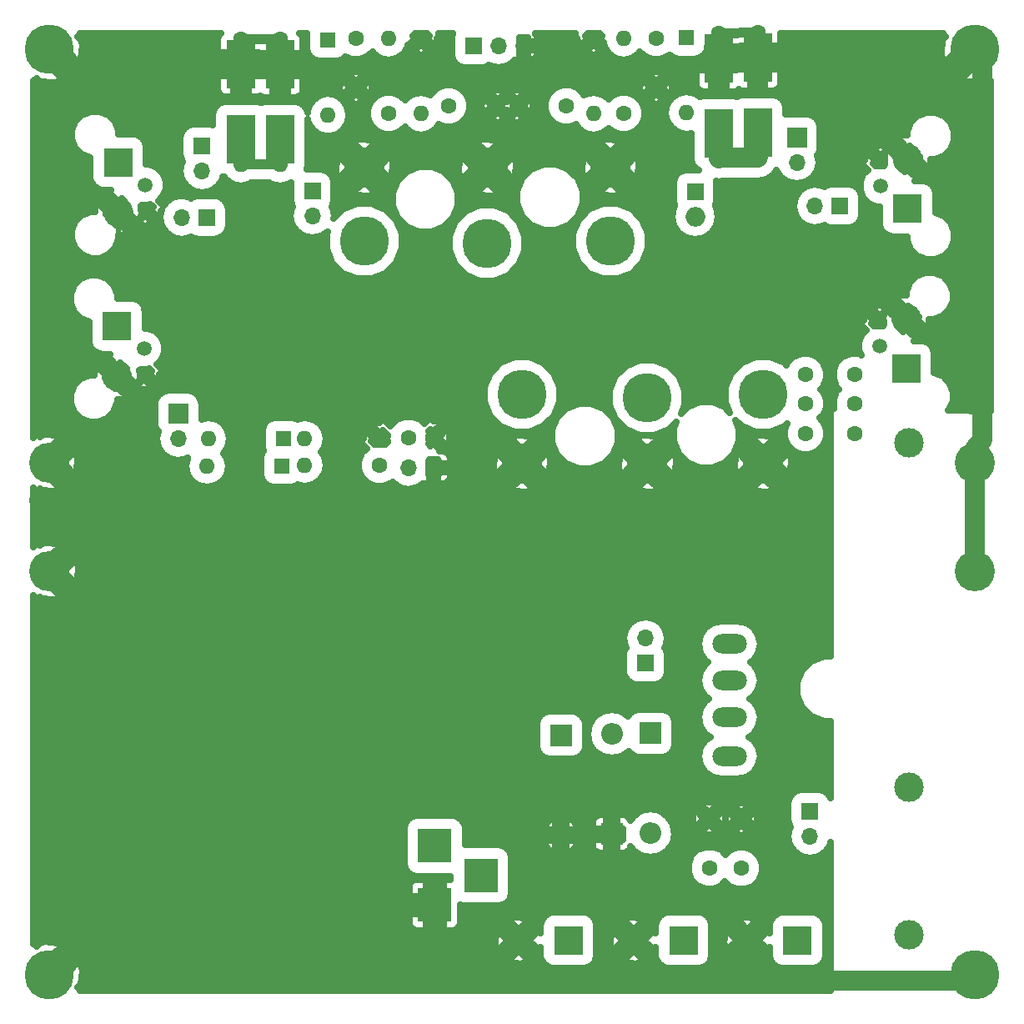
<source format=gbr>
G04 #@! TF.FileFunction,Copper,L1,Top,Signal*
%FSLAX46Y46*%
G04 Gerber Fmt 4.6, Leading zero omitted, Abs format (unit mm)*
G04 Created by KiCad (PCBNEW 4.0.7) date 04/12/19 10:09:23*
%MOMM*%
%LPD*%
G01*
G04 APERTURE LIST*
%ADD10C,0.100000*%
%ADD11C,1.500000*%
%ADD12R,3.000000X3.000000*%
%ADD13C,3.000000*%
%ADD14C,1.600000*%
%ADD15O,1.600000X1.600000*%
%ADD16R,3.000000X5.000000*%
%ADD17C,4.064000*%
%ADD18C,5.000000*%
%ADD19R,1.700000X1.700000*%
%ADD20O,1.700000X1.700000*%
%ADD21R,1.600000X1.600000*%
%ADD22R,2.000000X2.000000*%
%ADD23O,2.000000X2.000000*%
%ADD24R,2.200000X2.200000*%
%ADD25O,2.200000X2.200000*%
%ADD26O,3.500000X2.000000*%
%ADD27R,3.500000X3.500000*%
%ADD28C,0.600000*%
%ADD29C,2.000000*%
%ADD30C,0.500000*%
%ADD31C,1.000000*%
%ADD32C,0.635000*%
G04 APERTURE END LIST*
D10*
D11*
X52766000Y-56769000D03*
X52766000Y-59309000D03*
D12*
X50038000Y-54483000D03*
D13*
X50038000Y-59563000D03*
D12*
X95758000Y-133477000D03*
D13*
X90678000Y-133477000D03*
D14*
X111023400Y-41414700D03*
D15*
X111023400Y-54114700D03*
D16*
X111023400Y-43954700D03*
X111023400Y-51574700D03*
D17*
X100000000Y-55000000D03*
D18*
X75000000Y-62500000D03*
X91008000Y-78064000D03*
X100000000Y-62500000D03*
X115508000Y-78064000D03*
D17*
X75000000Y-55000000D03*
X91008000Y-85064000D03*
D18*
X43000000Y-43000000D03*
X137000000Y-43000000D03*
X43000000Y-137000000D03*
X137000000Y-137000000D03*
D17*
X115508000Y-85064000D03*
X87515700Y-55029100D03*
D18*
X87477600Y-62687200D03*
X103733600Y-78384400D03*
D17*
X103759000Y-85090000D03*
D14*
X74168000Y-41910000D03*
X74168000Y-46910000D03*
X83566000Y-48768000D03*
X88566000Y-48768000D03*
X104648000Y-41910000D03*
X104648000Y-46910000D03*
X95504000Y-48768000D03*
X90504000Y-48768000D03*
D19*
X86106000Y-42672000D03*
D20*
X88646000Y-42672000D03*
X91186000Y-42672000D03*
D14*
X77470000Y-49530000D03*
D15*
X77470000Y-41910000D03*
D14*
X80772000Y-41910000D03*
D15*
X80772000Y-49530000D03*
D14*
X101346000Y-49530000D03*
D15*
X101346000Y-41910000D03*
D14*
X98298000Y-41910000D03*
D15*
X98298000Y-49530000D03*
D21*
X71323200Y-42062400D03*
D15*
X71323200Y-49682400D03*
D21*
X107746800Y-41833800D03*
D15*
X107746800Y-49453800D03*
D19*
X58547000Y-52832000D03*
D20*
X58547000Y-55372000D03*
D22*
X118935500Y-51943000D03*
D20*
X118935500Y-54483000D03*
D22*
X56134000Y-80010000D03*
D20*
X56134000Y-82550000D03*
D19*
X82042000Y-85471000D03*
D20*
X79502000Y-85471000D03*
D14*
X76581000Y-85217000D03*
D15*
X68961000Y-85217000D03*
D21*
X66802000Y-82550000D03*
D15*
X59182000Y-82550000D03*
D21*
X66675000Y-85344000D03*
D15*
X59055000Y-85344000D03*
D14*
X79502000Y-82423000D03*
X82002000Y-82423000D03*
X76581000Y-82550000D03*
D15*
X68961000Y-82550000D03*
D19*
X69735700Y-57416700D03*
D20*
X69735700Y-59956700D03*
D19*
X108597700Y-57467500D03*
D23*
X108597700Y-60007500D03*
D14*
X114947700Y-41338500D03*
D15*
X114947700Y-54038500D03*
D16*
X114947700Y-43878500D03*
X114947700Y-51498500D03*
D14*
X66446400Y-42024300D03*
D15*
X66446400Y-54724300D03*
D16*
X66446400Y-44564300D03*
X66446400Y-52184300D03*
D14*
X62484000Y-41986200D03*
D15*
X62484000Y-54686200D03*
D16*
X62484000Y-44526200D03*
X62484000Y-52146200D03*
D12*
X118999000Y-133477000D03*
D13*
X113919000Y-133477000D03*
D14*
X119773700Y-76060300D03*
X124773700Y-76060300D03*
X119773700Y-78955900D03*
X124773700Y-78955900D03*
X110045500Y-126111000D03*
X110045500Y-121111000D03*
X113284000Y-126174500D03*
X113284000Y-121174500D03*
D12*
X107442000Y-133477000D03*
D13*
X102362000Y-133477000D03*
D19*
X103568500Y-105346500D03*
D20*
X103568500Y-102806500D03*
D24*
X104076500Y-112458500D03*
D25*
X104076500Y-122618500D03*
D24*
X94996000Y-112649000D03*
D25*
X94996000Y-122809000D03*
D24*
X100139500Y-122682000D03*
D25*
X100139500Y-112522000D03*
D26*
X112077500Y-110843000D03*
X112077500Y-114793000D03*
X112077500Y-107093000D03*
X112077500Y-103393000D03*
D27*
X82169000Y-123888500D03*
X82169000Y-129888500D03*
X86869000Y-126888500D03*
D19*
X120269000Y-120396000D03*
D20*
X120269000Y-122936000D03*
D13*
X130302000Y-117950000D03*
X130302000Y-132950000D03*
X130302000Y-82950000D03*
D11*
X52639000Y-73406000D03*
X52639000Y-75946000D03*
D12*
X49911000Y-71120000D03*
D13*
X49911000Y-76200000D03*
D11*
X127447000Y-56896000D03*
X127447000Y-54356000D03*
D12*
X130175000Y-59182000D03*
D13*
X130175000Y-54102000D03*
D11*
X127320000Y-73152000D03*
X127320000Y-70612000D03*
D12*
X130048000Y-75438000D03*
D13*
X130048000Y-70358000D03*
D17*
X137000000Y-85000000D03*
X43000000Y-85000000D03*
X43053000Y-96012000D03*
X137000000Y-96000000D03*
D19*
X58991500Y-60071000D03*
D20*
X56451500Y-60071000D03*
D19*
X123317000Y-58928000D03*
D20*
X120777000Y-58928000D03*
D14*
X119824500Y-82003900D03*
X124824500Y-82003900D03*
D28*
X55702200Y-70523100D03*
X56807100Y-70561200D03*
X60236100Y-70446900D03*
X61645800Y-70370700D03*
X65646300Y-70332600D03*
X67208400Y-70332600D03*
X71285100Y-70218300D03*
X72694800Y-70485000D03*
X78734920Y-70408800D03*
X80020160Y-70352920D03*
X84658200Y-70352920D03*
X89910920Y-70352920D03*
X94325440Y-70297040D03*
X95666560Y-70352920D03*
X101198680Y-70352920D03*
X106116120Y-70408800D03*
X111213900Y-70408800D03*
X113703100Y-70408800D03*
X120015000Y-70497700D03*
X122148600Y-70497700D03*
X41402000Y-65151000D03*
X43815000Y-65151000D03*
X45212000Y-65151000D03*
X48260000Y-65278000D03*
X49784000Y-65278000D03*
X53086000Y-66294000D03*
X53975000Y-67691000D03*
X134810500Y-64897000D03*
X132588000Y-64897000D03*
X131318000Y-64770000D03*
X127762000Y-64897000D03*
X126619000Y-64897000D03*
X124079000Y-66294000D03*
X123317000Y-67437000D03*
X41275000Y-88773000D03*
X42672000Y-88773000D03*
X44958000Y-88900000D03*
X53594000Y-88773000D03*
X56515000Y-88773000D03*
X65659000Y-89154000D03*
X70612000Y-89154000D03*
X78867000Y-89408000D03*
X80899000Y-89281000D03*
X87757000Y-89154000D03*
X89662000Y-89154000D03*
X98552000Y-89027000D03*
X100711000Y-89154000D03*
X109347000Y-89027000D03*
X111760000Y-88900000D03*
D29*
X137000000Y-96000000D02*
X137000000Y-95283000D01*
X137000000Y-95283000D02*
X137000000Y-85000000D01*
X137000000Y-85000000D02*
X137000000Y-83535500D01*
X137000000Y-83535500D02*
X137795000Y-82740500D01*
X137795000Y-82740500D02*
X137795000Y-43795000D01*
X137795000Y-43795000D02*
X137000000Y-43000000D01*
X113919000Y-133477000D02*
X113919000Y-136588500D01*
X114871500Y-137541000D02*
X136459000Y-137541000D01*
X113919000Y-136588500D02*
X114871500Y-137541000D01*
X136459000Y-137541000D02*
X137000000Y-137000000D01*
D30*
X49784000Y-65278000D02*
X49784000Y-64770000D01*
X50038000Y-64516000D02*
X50038000Y-59563000D01*
X49784000Y-64770000D02*
X50038000Y-64516000D01*
X55702200Y-70523100D02*
X55740300Y-70561200D01*
X55740300Y-70561200D02*
X56807100Y-70561200D01*
X60236100Y-70446900D02*
X60312300Y-70370700D01*
X60312300Y-70370700D02*
X61645800Y-70370700D01*
X65646300Y-70332600D02*
X67208400Y-70332600D01*
X71285100Y-70218300D02*
X71551800Y-70485000D01*
X71551800Y-70485000D02*
X72694800Y-70485000D01*
X78734920Y-70408800D02*
X78790800Y-70352920D01*
X78790800Y-70352920D02*
X80020160Y-70352920D01*
X84658200Y-70352920D02*
X89910920Y-70352920D01*
X94325440Y-70297040D02*
X94381320Y-70352920D01*
X94381320Y-70352920D02*
X95666560Y-70352920D01*
X101198680Y-70352920D02*
X101254560Y-70408800D01*
X101254560Y-70408800D02*
X106116120Y-70408800D01*
X111213900Y-70408800D02*
X113703100Y-70408800D01*
X122148600Y-70497700D02*
X120015000Y-70497700D01*
X45212000Y-65151000D02*
X43815000Y-65151000D01*
X49784000Y-65278000D02*
X48260000Y-65278000D01*
X53086000Y-66802000D02*
X53086000Y-66294000D01*
X53975000Y-67691000D02*
X53086000Y-66802000D01*
X131445000Y-64897000D02*
X132588000Y-64897000D01*
X131318000Y-64770000D02*
X131445000Y-64897000D01*
X126619000Y-64897000D02*
X127762000Y-64897000D01*
X124079000Y-66675000D02*
X124079000Y-66294000D01*
X123317000Y-67437000D02*
X124079000Y-66675000D01*
X44958000Y-88900000D02*
X42672000Y-88773000D01*
X56515000Y-88773000D02*
X53594000Y-88773000D01*
X70612000Y-89154000D02*
X65659000Y-89154000D01*
X80772000Y-89408000D02*
X78867000Y-89408000D01*
X80899000Y-89281000D02*
X80772000Y-89408000D01*
X89662000Y-89154000D02*
X87757000Y-89154000D01*
X100584000Y-89027000D02*
X98552000Y-89027000D01*
X100711000Y-89154000D02*
X100584000Y-89027000D01*
X111633000Y-89027000D02*
X109347000Y-89027000D01*
X111760000Y-88900000D02*
X111633000Y-89027000D01*
D31*
X62484000Y-41986200D02*
X66446400Y-42024300D01*
X66446400Y-42024300D02*
X66446400Y-44564300D01*
X62484000Y-41986200D02*
X62484000Y-44526200D01*
X111023400Y-41414700D02*
X114947700Y-41338500D01*
X114947700Y-41338500D02*
X114947700Y-43878500D01*
X111023400Y-41414700D02*
X111023400Y-43954700D01*
X62484000Y-54686200D02*
X62484000Y-52146200D01*
X66446400Y-54724300D02*
X66446400Y-52184300D01*
X66446400Y-54724300D02*
X62484000Y-54686200D01*
D29*
X114947700Y-54038500D02*
X111099600Y-54038500D01*
X111099600Y-54038500D02*
X111023400Y-54114700D01*
D31*
X111023400Y-54114700D02*
X114947700Y-54038500D01*
X114947700Y-54038500D02*
X114947700Y-51498500D01*
X111023400Y-54114700D02*
X111023400Y-51574700D01*
D32*
G36*
X44686450Y-42985858D02*
X44672308Y-43000000D01*
X45926764Y-44254456D01*
X46265924Y-43911182D01*
X46366014Y-42592007D01*
X46265924Y-42088818D01*
X45926765Y-41745545D01*
X46229309Y-41443002D01*
X46178807Y-41392500D01*
X60450267Y-41392500D01*
X60284175Y-41558592D01*
X60158500Y-41861998D01*
X60158500Y-43137325D01*
X60364875Y-43343700D01*
X61506456Y-43343700D01*
X62152633Y-43989877D01*
X62484000Y-43658511D01*
X62815367Y-43989877D01*
X63461544Y-43343700D01*
X64289175Y-43343700D01*
X64327275Y-43381800D01*
X65468856Y-43381800D01*
X66115033Y-44027977D01*
X66446400Y-43696611D01*
X66777767Y-44027977D01*
X67423944Y-43381800D01*
X68565525Y-43381800D01*
X68771900Y-43175425D01*
X68771900Y-41900098D01*
X68646225Y-41596692D01*
X68442033Y-41392500D01*
X69179889Y-41392500D01*
X69179889Y-42862400D01*
X69271757Y-43350636D01*
X69560304Y-43799052D01*
X70000577Y-44099877D01*
X70523200Y-44205711D01*
X72123200Y-44205711D01*
X72611436Y-44113843D01*
X73059852Y-43825296D01*
X73103840Y-43760917D01*
X73744955Y-44027131D01*
X74587349Y-44027866D01*
X75365900Y-43706176D01*
X75833074Y-43239816D01*
X75972701Y-43448783D01*
X76659668Y-43907799D01*
X77470000Y-44068984D01*
X78280332Y-43907799D01*
X78967299Y-43448783D01*
X79147511Y-43179076D01*
X80068609Y-43179076D01*
X80150242Y-43446298D01*
X80785486Y-43567290D01*
X81393758Y-43446298D01*
X81475391Y-43179076D01*
X80772000Y-42475685D01*
X80068609Y-43179076D01*
X79147511Y-43179076D01*
X79426315Y-42761816D01*
X79458536Y-42599831D01*
X79502924Y-42613391D01*
X80206315Y-41910000D01*
X79923472Y-41627157D01*
X80158129Y-41392500D01*
X81385871Y-41392500D01*
X81620528Y-41627157D01*
X81337685Y-41910000D01*
X82041076Y-42613391D01*
X82308298Y-42531758D01*
X82422583Y-41931728D01*
X82775677Y-41578633D01*
X82589544Y-41392500D01*
X83999665Y-41392500D01*
X83912689Y-41822000D01*
X83912689Y-43522000D01*
X84004557Y-44010236D01*
X84293104Y-44458652D01*
X84733377Y-44759477D01*
X85256000Y-44865311D01*
X86956000Y-44865311D01*
X87444236Y-44773443D01*
X87676942Y-44623701D01*
X87816534Y-44716973D01*
X88646000Y-44881964D01*
X89475466Y-44716973D01*
X90178654Y-44247118D01*
X90300625Y-44064575D01*
X90512699Y-44206264D01*
X90761000Y-44078308D01*
X90761000Y-43097000D01*
X91611000Y-43097000D01*
X91611000Y-44078308D01*
X91859301Y-44206264D01*
X92345839Y-43881202D01*
X92720293Y-43345306D01*
X92640002Y-43179076D01*
X97594609Y-43179076D01*
X97676242Y-43446298D01*
X98311486Y-43567290D01*
X98919758Y-43446298D01*
X99001391Y-43179076D01*
X98298000Y-42475685D01*
X97594609Y-43179076D01*
X92640002Y-43179076D01*
X92600357Y-43097000D01*
X91611000Y-43097000D01*
X90761000Y-43097000D01*
X90737409Y-43097000D01*
X90813500Y-42714464D01*
X90813500Y-42629536D01*
X90737409Y-42247000D01*
X90761000Y-42247000D01*
X90761000Y-41822000D01*
X91611000Y-41822000D01*
X91611000Y-42247000D01*
X92600357Y-42247000D01*
X92720293Y-41998694D01*
X92368502Y-41495232D01*
X92368502Y-41392500D01*
X96480456Y-41392500D01*
X96294323Y-41578633D01*
X96641091Y-41925402D01*
X96761702Y-42531758D01*
X97028924Y-42613391D01*
X97732315Y-41910000D01*
X97449472Y-41627157D01*
X97684129Y-41392500D01*
X98911871Y-41392500D01*
X99146528Y-41627157D01*
X98863685Y-41910000D01*
X99308784Y-42355099D01*
X99389685Y-42761816D01*
X99848701Y-43448783D01*
X100535668Y-43907799D01*
X101346000Y-44068984D01*
X102156332Y-43907799D01*
X102843299Y-43448783D01*
X102983160Y-43239466D01*
X103446967Y-43704082D01*
X104224955Y-44027131D01*
X105067349Y-44027866D01*
X105845900Y-43706176D01*
X105983105Y-43569210D01*
X105983904Y-43570452D01*
X106424177Y-43871277D01*
X106946800Y-43977111D01*
X108546800Y-43977111D01*
X109035036Y-43885243D01*
X109483452Y-43596696D01*
X109784277Y-43156423D01*
X109862084Y-42772200D01*
X110045856Y-42772200D01*
X110692033Y-43418377D01*
X111023400Y-43087011D01*
X111354767Y-43418377D01*
X112000944Y-42772200D01*
X113142525Y-42772200D01*
X113218725Y-42696000D01*
X113970156Y-42696000D01*
X114616333Y-43342177D01*
X114947700Y-43010811D01*
X115279067Y-43342177D01*
X115925244Y-42696000D01*
X117066825Y-42696000D01*
X117273200Y-42489625D01*
X117273200Y-41392500D01*
X133821193Y-41392500D01*
X133770691Y-41443002D01*
X134073235Y-41745545D01*
X133734076Y-42088818D01*
X133633986Y-43407993D01*
X133734076Y-43911182D01*
X134073236Y-44254456D01*
X135327692Y-43000000D01*
X135313550Y-42985858D01*
X136906908Y-41392500D01*
X137093092Y-41392500D01*
X138607500Y-42906908D01*
X138607500Y-43093092D01*
X137014142Y-44686450D01*
X137000000Y-44672308D01*
X135745544Y-45926764D01*
X136088818Y-46265924D01*
X137407993Y-46366014D01*
X137911182Y-46265924D01*
X138254455Y-45926765D01*
X138556998Y-46229309D01*
X138607500Y-46178807D01*
X138607500Y-79740549D01*
X134304469Y-79676084D01*
X134405898Y-79574832D01*
X134767088Y-78704991D01*
X134767910Y-77763141D01*
X134408239Y-76892671D01*
X133742832Y-76226102D01*
X132891311Y-75872519D01*
X132891311Y-73938000D01*
X132799443Y-73449764D01*
X132510896Y-73001348D01*
X132070623Y-72700523D01*
X131548000Y-72594689D01*
X130778781Y-72594689D01*
X130953524Y-72324185D01*
X130048000Y-71418660D01*
X129728034Y-71738626D01*
X129092178Y-71102770D01*
X129287629Y-70907319D01*
X128909992Y-70529682D01*
X128894341Y-70450999D01*
X128987340Y-70358000D01*
X128848157Y-70218817D01*
X128804089Y-69997272D01*
X128558066Y-69928726D01*
X128081815Y-69452476D01*
X127787426Y-69642648D01*
X127685749Y-70562186D01*
X127766341Y-70967349D01*
X127648904Y-71084786D01*
X126910553Y-71084142D01*
X126783839Y-71136499D01*
X126524505Y-70877165D01*
X126789670Y-70612000D01*
X126101066Y-69923396D01*
X125835911Y-69997272D01*
X125730008Y-70529682D01*
X125352371Y-70907319D01*
X125996703Y-71551651D01*
X125568281Y-71979326D01*
X125252859Y-72738945D01*
X125252142Y-73561447D01*
X125454005Y-74049993D01*
X125196745Y-73943169D01*
X124354351Y-73942434D01*
X123575800Y-74264124D01*
X122979618Y-74859267D01*
X122656569Y-75637255D01*
X122655834Y-76479649D01*
X122977524Y-77258200D01*
X123226902Y-77508014D01*
X122979618Y-77754867D01*
X122656569Y-78532855D01*
X122655834Y-79375249D01*
X122708355Y-79502360D01*
X122686756Y-79502036D01*
X122562870Y-79525197D01*
X122457755Y-79594732D01*
X122387975Y-79699684D01*
X122364500Y-79819500D01*
X122364500Y-104632553D01*
X121645003Y-104631925D01*
X120425242Y-105135920D01*
X119491200Y-106068333D01*
X118985077Y-107287213D01*
X118983925Y-108606997D01*
X119487920Y-109826758D01*
X120420333Y-110760800D01*
X121639213Y-111266923D01*
X122364500Y-111267556D01*
X122364500Y-119048528D01*
X122081896Y-118609348D01*
X121641623Y-118308523D01*
X121119000Y-118202689D01*
X119419000Y-118202689D01*
X118930764Y-118294557D01*
X118482348Y-118583104D01*
X118181523Y-119023377D01*
X118075689Y-119546000D01*
X118075689Y-121246000D01*
X118167557Y-121734236D01*
X118317299Y-121966942D01*
X118224027Y-122106534D01*
X118059036Y-122936000D01*
X118224027Y-123765466D01*
X118693882Y-124468654D01*
X119397070Y-124938509D01*
X120226536Y-125103500D01*
X120311464Y-125103500D01*
X121140930Y-124938509D01*
X121844118Y-124468654D01*
X122313973Y-123765466D01*
X122364500Y-123511450D01*
X122364500Y-138607500D01*
X46178807Y-138607500D01*
X46229309Y-138556998D01*
X45926765Y-138254455D01*
X46265924Y-137911182D01*
X46366014Y-136592007D01*
X46265924Y-136088818D01*
X45926764Y-135745544D01*
X44672308Y-137000000D01*
X44686450Y-137014142D01*
X43093092Y-138607500D01*
X42906908Y-138607500D01*
X41392500Y-137093092D01*
X41392500Y-136906908D01*
X42856223Y-135443185D01*
X89772476Y-135443185D01*
X89962648Y-135737574D01*
X90882186Y-135839251D01*
X91393352Y-135737574D01*
X91583524Y-135443185D01*
X90678000Y-134537660D01*
X89772476Y-135443185D01*
X42856223Y-135443185D01*
X42985858Y-135313550D01*
X43000000Y-135327692D01*
X44254456Y-134073236D01*
X43911182Y-133734076D01*
X43214098Y-133681186D01*
X88315749Y-133681186D01*
X88417426Y-134192352D01*
X88711815Y-134382524D01*
X89617340Y-133477000D01*
X91738660Y-133477000D01*
X92644185Y-134382524D01*
X92914689Y-134207781D01*
X92914689Y-134977000D01*
X93006557Y-135465236D01*
X93295104Y-135913652D01*
X93735377Y-136214477D01*
X94258000Y-136320311D01*
X97258000Y-136320311D01*
X97746236Y-136228443D01*
X98194652Y-135939896D01*
X98495477Y-135499623D01*
X98506906Y-135443185D01*
X101456476Y-135443185D01*
X101646648Y-135737574D01*
X102566186Y-135839251D01*
X103077352Y-135737574D01*
X103267524Y-135443185D01*
X102362000Y-134537660D01*
X101456476Y-135443185D01*
X98506906Y-135443185D01*
X98601311Y-134977000D01*
X98601311Y-133681186D01*
X99999749Y-133681186D01*
X100101426Y-134192352D01*
X100395815Y-134382524D01*
X101301340Y-133477000D01*
X103422660Y-133477000D01*
X104328185Y-134382524D01*
X104598689Y-134207781D01*
X104598689Y-134977000D01*
X104690557Y-135465236D01*
X104979104Y-135913652D01*
X105419377Y-136214477D01*
X105942000Y-136320311D01*
X108942000Y-136320311D01*
X109430236Y-136228443D01*
X109878652Y-135939896D01*
X110179477Y-135499623D01*
X110190906Y-135443185D01*
X113013476Y-135443185D01*
X113203648Y-135737574D01*
X114123186Y-135839251D01*
X114634352Y-135737574D01*
X114824524Y-135443185D01*
X113919000Y-134537660D01*
X113013476Y-135443185D01*
X110190906Y-135443185D01*
X110285311Y-134977000D01*
X110285311Y-133681186D01*
X111556749Y-133681186D01*
X111658426Y-134192352D01*
X111952815Y-134382524D01*
X112858340Y-133477000D01*
X114979660Y-133477000D01*
X115885185Y-134382524D01*
X116155689Y-134207781D01*
X116155689Y-134977000D01*
X116247557Y-135465236D01*
X116536104Y-135913652D01*
X116976377Y-136214477D01*
X117499000Y-136320311D01*
X120499000Y-136320311D01*
X120987236Y-136228443D01*
X121435652Y-135939896D01*
X121736477Y-135499623D01*
X121842311Y-134977000D01*
X121842311Y-131977000D01*
X121750443Y-131488764D01*
X121461896Y-131040348D01*
X121021623Y-130739523D01*
X120499000Y-130633689D01*
X117499000Y-130633689D01*
X117010764Y-130725557D01*
X116562348Y-131014104D01*
X116261523Y-131454377D01*
X116155689Y-131977000D01*
X116155689Y-132746219D01*
X115885185Y-132571476D01*
X114979660Y-133477000D01*
X112858340Y-133477000D01*
X111952815Y-132571476D01*
X111658426Y-132761648D01*
X111556749Y-133681186D01*
X110285311Y-133681186D01*
X110285311Y-131977000D01*
X110197593Y-131510815D01*
X113013476Y-131510815D01*
X113919000Y-132416340D01*
X114824524Y-131510815D01*
X114634352Y-131216426D01*
X113714814Y-131114749D01*
X113203648Y-131216426D01*
X113013476Y-131510815D01*
X110197593Y-131510815D01*
X110193443Y-131488764D01*
X109904896Y-131040348D01*
X109464623Y-130739523D01*
X108942000Y-130633689D01*
X105942000Y-130633689D01*
X105453764Y-130725557D01*
X105005348Y-131014104D01*
X104704523Y-131454377D01*
X104598689Y-131977000D01*
X104598689Y-132746219D01*
X104328185Y-132571476D01*
X103422660Y-133477000D01*
X101301340Y-133477000D01*
X100395815Y-132571476D01*
X100101426Y-132761648D01*
X99999749Y-133681186D01*
X98601311Y-133681186D01*
X98601311Y-131977000D01*
X98513593Y-131510815D01*
X101456476Y-131510815D01*
X102362000Y-132416340D01*
X103267524Y-131510815D01*
X103077352Y-131216426D01*
X102157814Y-131114749D01*
X101646648Y-131216426D01*
X101456476Y-131510815D01*
X98513593Y-131510815D01*
X98509443Y-131488764D01*
X98220896Y-131040348D01*
X97780623Y-130739523D01*
X97258000Y-130633689D01*
X94258000Y-130633689D01*
X93769764Y-130725557D01*
X93321348Y-131014104D01*
X93020523Y-131454377D01*
X92914689Y-131977000D01*
X92914689Y-132746219D01*
X92644185Y-132571476D01*
X91738660Y-133477000D01*
X89617340Y-133477000D01*
X88711815Y-132571476D01*
X88417426Y-132761648D01*
X88315749Y-133681186D01*
X43214098Y-133681186D01*
X42592007Y-133633986D01*
X42088818Y-133734076D01*
X41745545Y-134073235D01*
X41443002Y-133770691D01*
X41392500Y-133821193D01*
X41392500Y-130969875D01*
X79593500Y-130969875D01*
X79593500Y-131802702D01*
X79719175Y-132106108D01*
X79951392Y-132338325D01*
X80254798Y-132464000D01*
X81087625Y-132464000D01*
X81294000Y-132257625D01*
X81294000Y-130763500D01*
X79799875Y-130763500D01*
X79593500Y-130969875D01*
X41392500Y-130969875D01*
X41392500Y-127974298D01*
X79593500Y-127974298D01*
X79593500Y-128807125D01*
X79799875Y-129013500D01*
X81294000Y-129013500D01*
X81294000Y-127519375D01*
X81087625Y-127313000D01*
X80254798Y-127313000D01*
X79951392Y-127438675D01*
X79719175Y-127670892D01*
X79593500Y-127974298D01*
X41392500Y-127974298D01*
X41392500Y-122138500D01*
X79075689Y-122138500D01*
X79075689Y-125638500D01*
X79167557Y-126126736D01*
X79456104Y-126575152D01*
X79896377Y-126875977D01*
X80419000Y-126981811D01*
X83775689Y-126981811D01*
X83775689Y-127313000D01*
X83250375Y-127313000D01*
X83044000Y-127519375D01*
X83044000Y-129013500D01*
X83371500Y-129013500D01*
X83371500Y-130763500D01*
X83044000Y-130763500D01*
X83044000Y-132257625D01*
X83250375Y-132464000D01*
X84083202Y-132464000D01*
X84386608Y-132338325D01*
X84618825Y-132106108D01*
X84744500Y-131802702D01*
X84744500Y-131510815D01*
X89772476Y-131510815D01*
X90678000Y-132416340D01*
X91583524Y-131510815D01*
X91393352Y-131216426D01*
X90473814Y-131114749D01*
X89962648Y-131216426D01*
X89772476Y-131510815D01*
X84744500Y-131510815D01*
X84744500Y-129905973D01*
X85119000Y-129981811D01*
X88619000Y-129981811D01*
X89107236Y-129889943D01*
X89555652Y-129601396D01*
X89856477Y-129161123D01*
X89962311Y-128638500D01*
X89962311Y-126530349D01*
X107927634Y-126530349D01*
X108249324Y-127308900D01*
X108844467Y-127905082D01*
X109622455Y-128228131D01*
X110464849Y-128228866D01*
X111243400Y-127907176D01*
X111633213Y-127518043D01*
X112082967Y-127968582D01*
X112860955Y-128291631D01*
X113703349Y-128292366D01*
X114481900Y-127970676D01*
X115078082Y-127375533D01*
X115401131Y-126597545D01*
X115401866Y-125755151D01*
X115080176Y-124976600D01*
X114485033Y-124380418D01*
X113707045Y-124057369D01*
X112864651Y-124056634D01*
X112086100Y-124378324D01*
X111696287Y-124767457D01*
X111246533Y-124316918D01*
X110468545Y-123993869D01*
X109626151Y-123993134D01*
X108847600Y-124314824D01*
X108251418Y-124909967D01*
X107928369Y-125687955D01*
X107927634Y-126530349D01*
X89962311Y-126530349D01*
X89962311Y-125138500D01*
X89870443Y-124650264D01*
X89581896Y-124201848D01*
X89141623Y-123901023D01*
X88619000Y-123795189D01*
X85262311Y-123795189D01*
X85262311Y-123640899D01*
X93259447Y-123640899D01*
X93709988Y-124242125D01*
X94164106Y-124545521D01*
X94446000Y-124437770D01*
X94446000Y-123359000D01*
X95546000Y-123359000D01*
X95546000Y-124437770D01*
X95827894Y-124545521D01*
X96282012Y-124242125D01*
X96732553Y-123640899D01*
X96662423Y-123438375D01*
X98214000Y-123438375D01*
X98214000Y-123946202D01*
X98339675Y-124249608D01*
X98571892Y-124481825D01*
X98875298Y-124607500D01*
X99383125Y-124607500D01*
X99589500Y-124401125D01*
X99589500Y-123232000D01*
X98420375Y-123232000D01*
X98214000Y-123438375D01*
X96662423Y-123438375D01*
X96634936Y-123359000D01*
X95546000Y-123359000D01*
X94446000Y-123359000D01*
X93357064Y-123359000D01*
X93259447Y-123640899D01*
X85262311Y-123640899D01*
X85262311Y-122138500D01*
X85231942Y-121977101D01*
X93259447Y-121977101D01*
X93357064Y-122259000D01*
X94446000Y-122259000D01*
X94446000Y-121180230D01*
X95546000Y-121180230D01*
X95546000Y-122259000D01*
X96634936Y-122259000D01*
X96732553Y-121977101D01*
X96313428Y-121417798D01*
X98214000Y-121417798D01*
X98214000Y-121925625D01*
X98420375Y-122132000D01*
X99589500Y-122132000D01*
X99589500Y-120962875D01*
X100689500Y-120962875D01*
X100689500Y-122132000D01*
X101239500Y-122132000D01*
X101239500Y-123232000D01*
X100689500Y-123232000D01*
X100689500Y-124401125D01*
X100895875Y-124607500D01*
X101403702Y-124607500D01*
X101707108Y-124481825D01*
X101939325Y-124249608D01*
X102065000Y-123946202D01*
X102065000Y-123923214D01*
X102367069Y-124375293D01*
X103151363Y-124899341D01*
X104076500Y-125083362D01*
X105001637Y-124899341D01*
X105785931Y-124375293D01*
X106309979Y-123590999D01*
X106494000Y-122665862D01*
X106494000Y-122571138D01*
X106455996Y-122380076D01*
X109342109Y-122380076D01*
X109423742Y-122647298D01*
X110058986Y-122768290D01*
X110667258Y-122647298D01*
X110729492Y-122443576D01*
X112580609Y-122443576D01*
X112662242Y-122710798D01*
X113297486Y-122831790D01*
X113905758Y-122710798D01*
X113987391Y-122443576D01*
X113284000Y-121740185D01*
X112580609Y-122443576D01*
X110729492Y-122443576D01*
X110748891Y-122380076D01*
X110045500Y-121676685D01*
X109342109Y-122380076D01*
X106455996Y-122380076D01*
X106309979Y-121646001D01*
X105961515Y-121124486D01*
X108388210Y-121124486D01*
X108509202Y-121732758D01*
X108776424Y-121814391D01*
X109479815Y-121111000D01*
X110611185Y-121111000D01*
X111314576Y-121814391D01*
X111581798Y-121732758D01*
X111656772Y-121339121D01*
X111747702Y-121796258D01*
X112014924Y-121877891D01*
X112718315Y-121174500D01*
X113849685Y-121174500D01*
X114553076Y-121877891D01*
X114820298Y-121796258D01*
X114941290Y-121161014D01*
X114820298Y-120552742D01*
X114553076Y-120471109D01*
X113849685Y-121174500D01*
X112718315Y-121174500D01*
X112014924Y-120471109D01*
X111747702Y-120552742D01*
X111672728Y-120946379D01*
X111581798Y-120489242D01*
X111314576Y-120407609D01*
X110611185Y-121111000D01*
X109479815Y-121111000D01*
X108776424Y-120407609D01*
X108509202Y-120489242D01*
X108388210Y-121124486D01*
X105961515Y-121124486D01*
X105785931Y-120861707D01*
X105001637Y-120337659D01*
X104076500Y-120153638D01*
X103151363Y-120337659D01*
X102367069Y-120861707D01*
X102038404Y-121353589D01*
X101939325Y-121114392D01*
X101707108Y-120882175D01*
X101403702Y-120756500D01*
X100895875Y-120756500D01*
X100689500Y-120962875D01*
X99589500Y-120962875D01*
X99383125Y-120756500D01*
X98875298Y-120756500D01*
X98571892Y-120882175D01*
X98339675Y-121114392D01*
X98214000Y-121417798D01*
X96313428Y-121417798D01*
X96282012Y-121375875D01*
X95827894Y-121072479D01*
X95546000Y-121180230D01*
X94446000Y-121180230D01*
X94164106Y-121072479D01*
X93709988Y-121375875D01*
X93259447Y-121977101D01*
X85231942Y-121977101D01*
X85170443Y-121650264D01*
X84881896Y-121201848D01*
X84441623Y-120901023D01*
X83919000Y-120795189D01*
X80419000Y-120795189D01*
X79930764Y-120887057D01*
X79482348Y-121175604D01*
X79181523Y-121615877D01*
X79075689Y-122138500D01*
X41392500Y-122138500D01*
X41392500Y-119841924D01*
X109342109Y-119841924D01*
X110045500Y-120545315D01*
X110685391Y-119905424D01*
X112580609Y-119905424D01*
X113284000Y-120608815D01*
X113987391Y-119905424D01*
X113905758Y-119638202D01*
X113270514Y-119517210D01*
X112662242Y-119638202D01*
X112580609Y-119905424D01*
X110685391Y-119905424D01*
X110748891Y-119841924D01*
X110667258Y-119574702D01*
X110032014Y-119453710D01*
X109423742Y-119574702D01*
X109342109Y-119841924D01*
X41392500Y-119841924D01*
X41392500Y-111549000D01*
X92552689Y-111549000D01*
X92552689Y-113749000D01*
X92644557Y-114237236D01*
X92933104Y-114685652D01*
X93373377Y-114986477D01*
X93896000Y-115092311D01*
X96096000Y-115092311D01*
X96584236Y-115000443D01*
X97032652Y-114711896D01*
X97333477Y-114271623D01*
X97439311Y-113749000D01*
X97439311Y-112474638D01*
X97722000Y-112474638D01*
X97722000Y-112569362D01*
X97906021Y-113494499D01*
X98430069Y-114278793D01*
X99214363Y-114802841D01*
X100139500Y-114986862D01*
X101064637Y-114802841D01*
X101848931Y-114278793D01*
X101861896Y-114259390D01*
X102013604Y-114495152D01*
X102453877Y-114795977D01*
X102976500Y-114901811D01*
X105176500Y-114901811D01*
X105664736Y-114809943D01*
X106113152Y-114521396D01*
X106413977Y-114081123D01*
X106519811Y-113558500D01*
X106519811Y-111358500D01*
X106427943Y-110870264D01*
X106139396Y-110421848D01*
X105699123Y-110121023D01*
X105176500Y-110015189D01*
X102976500Y-110015189D01*
X102488264Y-110107057D01*
X102039848Y-110395604D01*
X101806624Y-110736939D01*
X101064637Y-110241159D01*
X100139500Y-110057138D01*
X99214363Y-110241159D01*
X98430069Y-110765207D01*
X97906021Y-111549501D01*
X97722000Y-112474638D01*
X97439311Y-112474638D01*
X97439311Y-111549000D01*
X97347443Y-111060764D01*
X97058896Y-110612348D01*
X96618623Y-110311523D01*
X96096000Y-110205689D01*
X93896000Y-110205689D01*
X93407764Y-110297557D01*
X92959348Y-110586104D01*
X92658523Y-111026377D01*
X92552689Y-111549000D01*
X41392500Y-111549000D01*
X41392500Y-102806500D01*
X101358536Y-102806500D01*
X101523527Y-103635966D01*
X101616665Y-103775357D01*
X101481023Y-103973877D01*
X101375189Y-104496500D01*
X101375189Y-106196500D01*
X101467057Y-106684736D01*
X101755604Y-107133152D01*
X102195877Y-107433977D01*
X102718500Y-107539811D01*
X104418500Y-107539811D01*
X104906736Y-107447943D01*
X105355152Y-107159396D01*
X105655977Y-106719123D01*
X105761811Y-106196500D01*
X105761811Y-104496500D01*
X105669943Y-104008264D01*
X105520201Y-103775558D01*
X105613473Y-103635966D01*
X105661801Y-103393000D01*
X108949904Y-103393000D01*
X109126313Y-104279869D01*
X109628684Y-105031720D01*
X109944887Y-105243000D01*
X109628684Y-105454280D01*
X109126313Y-106206131D01*
X108949904Y-107093000D01*
X109126313Y-107979869D01*
X109628684Y-108731720D01*
X109982302Y-108968000D01*
X109628684Y-109204280D01*
X109126313Y-109956131D01*
X108949904Y-110843000D01*
X109126313Y-111729869D01*
X109628684Y-112481720D01*
X110131962Y-112818000D01*
X109628684Y-113154280D01*
X109126313Y-113906131D01*
X108949904Y-114793000D01*
X109126313Y-115679869D01*
X109628684Y-116431720D01*
X110380535Y-116934091D01*
X111267404Y-117110500D01*
X112887596Y-117110500D01*
X113774465Y-116934091D01*
X114526316Y-116431720D01*
X115028687Y-115679869D01*
X115205096Y-114793000D01*
X115028687Y-113906131D01*
X114526316Y-113154280D01*
X114023038Y-112818000D01*
X114526316Y-112481720D01*
X115028687Y-111729869D01*
X115205096Y-110843000D01*
X115028687Y-109956131D01*
X114526316Y-109204280D01*
X114172698Y-108968000D01*
X114526316Y-108731720D01*
X115028687Y-107979869D01*
X115205096Y-107093000D01*
X115028687Y-106206131D01*
X114526316Y-105454280D01*
X114210113Y-105243000D01*
X114526316Y-105031720D01*
X115028687Y-104279869D01*
X115205096Y-103393000D01*
X115028687Y-102506131D01*
X114526316Y-101754280D01*
X113774465Y-101251909D01*
X112887596Y-101075500D01*
X111267404Y-101075500D01*
X110380535Y-101251909D01*
X109628684Y-101754280D01*
X109126313Y-102506131D01*
X108949904Y-103393000D01*
X105661801Y-103393000D01*
X105778464Y-102806500D01*
X105613473Y-101977034D01*
X105143618Y-101273846D01*
X104440430Y-100803991D01*
X103610964Y-100639000D01*
X103526036Y-100639000D01*
X102696570Y-100803991D01*
X101993382Y-101273846D01*
X101523527Y-101977034D01*
X101358536Y-102806500D01*
X41392500Y-102806500D01*
X41392500Y-98462989D01*
X41833411Y-98903900D01*
X42106689Y-98630622D01*
X42269961Y-98818283D01*
X43403485Y-98904324D01*
X43836039Y-98818283D01*
X44108864Y-98504705D01*
X43053000Y-97448841D01*
X42921125Y-97580717D01*
X41484284Y-96143876D01*
X41616159Y-96012000D01*
X44489841Y-96012000D01*
X45545705Y-97067864D01*
X45859283Y-96795039D01*
X45945324Y-95661515D01*
X45859283Y-95228961D01*
X45545705Y-94956136D01*
X44489841Y-96012000D01*
X41616159Y-96012000D01*
X41484284Y-95880125D01*
X42921125Y-94443284D01*
X43053000Y-94575159D01*
X44108864Y-93519295D01*
X43836039Y-93205717D01*
X42702515Y-93119676D01*
X42269961Y-93205717D01*
X42106689Y-93393378D01*
X41833411Y-93120100D01*
X41392500Y-93561011D01*
X41392500Y-87503989D01*
X41780411Y-87891900D01*
X42053689Y-87618622D01*
X42216961Y-87806283D01*
X43350485Y-87892324D01*
X43783039Y-87806283D01*
X44055864Y-87492705D01*
X43000000Y-86436841D01*
X42868125Y-86568717D01*
X41431284Y-85131876D01*
X41563159Y-85000000D01*
X44436841Y-85000000D01*
X45492705Y-86055864D01*
X45806283Y-85783039D01*
X45892324Y-84649515D01*
X45806283Y-84216961D01*
X45492705Y-83944136D01*
X44436841Y-85000000D01*
X41563159Y-85000000D01*
X41431284Y-84868125D01*
X42868125Y-83431284D01*
X43000000Y-83563159D01*
X44055864Y-82507295D01*
X43783039Y-82193717D01*
X42649515Y-82107676D01*
X42216961Y-82193717D01*
X42053689Y-82381378D01*
X41780411Y-82108100D01*
X41392500Y-82496011D01*
X41392500Y-78954859D01*
X45191090Y-78954859D01*
X45550761Y-79825329D01*
X46216168Y-80491898D01*
X47086009Y-80853088D01*
X48027859Y-80853910D01*
X48898329Y-80494239D01*
X49564898Y-79828832D01*
X49904907Y-79010000D01*
X53790689Y-79010000D01*
X53790689Y-81010000D01*
X53882557Y-81498236D01*
X54074050Y-81795826D01*
X53924036Y-82550000D01*
X54089027Y-83379466D01*
X54558882Y-84082654D01*
X55262070Y-84552509D01*
X56091536Y-84717500D01*
X56176464Y-84717500D01*
X57005930Y-84552509D01*
X57075811Y-84505816D01*
X57057201Y-84533668D01*
X56896016Y-85344000D01*
X57057201Y-86154332D01*
X57516217Y-86841299D01*
X58203184Y-87300315D01*
X59013516Y-87461500D01*
X59096484Y-87461500D01*
X59906816Y-87300315D01*
X60593783Y-86841299D01*
X61052799Y-86154332D01*
X61213984Y-85344000D01*
X61054855Y-84544000D01*
X64531689Y-84544000D01*
X64531689Y-86144000D01*
X64623557Y-86632236D01*
X64912104Y-87080652D01*
X65352377Y-87381477D01*
X65875000Y-87487311D01*
X67475000Y-87487311D01*
X67963236Y-87395443D01*
X68261385Y-87203590D01*
X68919516Y-87334500D01*
X69002484Y-87334500D01*
X69812816Y-87173315D01*
X70499783Y-86714299D01*
X70958799Y-86027332D01*
X71036570Y-85636349D01*
X74463134Y-85636349D01*
X74784824Y-86414900D01*
X75379967Y-87011082D01*
X76157955Y-87334131D01*
X77000349Y-87334866D01*
X77778900Y-87013176D01*
X77879940Y-86912312D01*
X77969346Y-87046118D01*
X78672534Y-87515973D01*
X79502000Y-87680964D01*
X80126692Y-87556705D01*
X89952136Y-87556705D01*
X90224961Y-87870283D01*
X91358485Y-87956324D01*
X91791039Y-87870283D01*
X92041242Y-87582705D01*
X102703136Y-87582705D01*
X102975961Y-87896283D01*
X104109485Y-87982324D01*
X104542039Y-87896283D01*
X104814864Y-87582705D01*
X104788864Y-87556705D01*
X114452136Y-87556705D01*
X114724961Y-87870283D01*
X115858485Y-87956324D01*
X116291039Y-87870283D01*
X116563864Y-87556705D01*
X115508000Y-86500841D01*
X114452136Y-87556705D01*
X104788864Y-87556705D01*
X103759000Y-86526841D01*
X102703136Y-87582705D01*
X92041242Y-87582705D01*
X92063864Y-87556705D01*
X91008000Y-86500841D01*
X89952136Y-87556705D01*
X80126692Y-87556705D01*
X80331466Y-87515973D01*
X80939289Y-87109839D01*
X81027798Y-87146500D01*
X81410625Y-87146500D01*
X81617000Y-86940125D01*
X81617000Y-85896000D01*
X82467000Y-85896000D01*
X82467000Y-86940125D01*
X82673375Y-87146500D01*
X83056202Y-87146500D01*
X83359608Y-87020825D01*
X83591825Y-86788608D01*
X83717500Y-86485202D01*
X83717500Y-86102375D01*
X83511125Y-85896000D01*
X82467000Y-85896000D01*
X81617000Y-85896000D01*
X81593409Y-85896000D01*
X81669500Y-85513464D01*
X81669500Y-85428536D01*
X81666706Y-85414485D01*
X88115676Y-85414485D01*
X88201717Y-85847039D01*
X88515295Y-86119864D01*
X89571159Y-85064000D01*
X92444841Y-85064000D01*
X93500705Y-86119864D01*
X93814283Y-85847039D01*
X93900324Y-84713515D01*
X93814283Y-84280961D01*
X93500705Y-84008136D01*
X92444841Y-85064000D01*
X89571159Y-85064000D01*
X88515295Y-84008136D01*
X88201717Y-84280961D01*
X88115676Y-85414485D01*
X81666706Y-85414485D01*
X81593409Y-85046000D01*
X81617000Y-85046000D01*
X81617000Y-84621000D01*
X82467000Y-84621000D01*
X82467000Y-85046000D01*
X83511125Y-85046000D01*
X83717500Y-84839625D01*
X83717500Y-84456798D01*
X83591825Y-84153392D01*
X83359608Y-83921175D01*
X83224502Y-83865212D01*
X83224502Y-83795500D01*
X82673796Y-83795500D01*
X82705391Y-83692076D01*
X82002000Y-82988685D01*
X81719157Y-83271528D01*
X81523641Y-83076012D01*
X81619131Y-82846045D01*
X81619500Y-82423000D01*
X82567685Y-82423000D01*
X83271076Y-83126391D01*
X83538298Y-83044758D01*
X83628476Y-82571295D01*
X89952136Y-82571295D01*
X91008000Y-83627159D01*
X91682162Y-82952997D01*
X94090925Y-82952997D01*
X94594920Y-84172758D01*
X95527333Y-85106800D01*
X96746213Y-85612923D01*
X98065997Y-85614075D01*
X98486116Y-85440485D01*
X100866676Y-85440485D01*
X100952717Y-85873039D01*
X101266295Y-86145864D01*
X102322159Y-85090000D01*
X105195841Y-85090000D01*
X106251705Y-86145864D01*
X106565283Y-85873039D01*
X106651324Y-84739515D01*
X106565283Y-84306961D01*
X106251705Y-84034136D01*
X105195841Y-85090000D01*
X102322159Y-85090000D01*
X101266295Y-84034136D01*
X100952717Y-84306961D01*
X100866676Y-85440485D01*
X98486116Y-85440485D01*
X99285758Y-85110080D01*
X100219800Y-84177667D01*
X100725923Y-82958787D01*
X100727075Y-81639003D01*
X100223080Y-80419242D01*
X99290667Y-79485200D01*
X98460335Y-79140416D01*
X99915439Y-79140416D01*
X100495394Y-80544015D01*
X101568337Y-81618832D01*
X102970921Y-82201236D01*
X103388785Y-82201601D01*
X102975961Y-82283717D01*
X102703136Y-82597295D01*
X103759000Y-83653159D01*
X104814864Y-82597295D01*
X104542039Y-82283717D01*
X103461049Y-82201664D01*
X104489616Y-82202561D01*
X105893215Y-81622606D01*
X106695164Y-80822055D01*
X106411077Y-81506213D01*
X106409925Y-82825997D01*
X106913920Y-84045758D01*
X107846333Y-84979800D01*
X109065213Y-85485923D01*
X110384997Y-85487075D01*
X110560678Y-85414485D01*
X112615676Y-85414485D01*
X112701717Y-85847039D01*
X113015295Y-86119864D01*
X114071159Y-85064000D01*
X116944841Y-85064000D01*
X118000705Y-86119864D01*
X118314283Y-85847039D01*
X118400324Y-84713515D01*
X118314283Y-84280961D01*
X118000705Y-84008136D01*
X116944841Y-85064000D01*
X114071159Y-85064000D01*
X113015295Y-84008136D01*
X112701717Y-84280961D01*
X112615676Y-85414485D01*
X110560678Y-85414485D01*
X111604758Y-84983080D01*
X112538800Y-84050667D01*
X113044923Y-82831787D01*
X113045150Y-82571295D01*
X114452136Y-82571295D01*
X115508000Y-83627159D01*
X116563864Y-82571295D01*
X116291039Y-82257717D01*
X115157515Y-82171676D01*
X114724961Y-82257717D01*
X114452136Y-82571295D01*
X113045150Y-82571295D01*
X113046075Y-81512003D01*
X112685995Y-80640543D01*
X113342737Y-81298432D01*
X114745321Y-81880836D01*
X116264016Y-81882161D01*
X117667615Y-81302206D01*
X117933136Y-81037148D01*
X117707369Y-81580855D01*
X117706634Y-82423249D01*
X118028324Y-83201800D01*
X118623467Y-83797982D01*
X119401455Y-84121031D01*
X120243849Y-84121766D01*
X121022400Y-83800076D01*
X121618582Y-83204933D01*
X121941631Y-82426945D01*
X121942366Y-81584551D01*
X121620676Y-80806000D01*
X121269742Y-80454453D01*
X121567782Y-80156933D01*
X121890831Y-79378945D01*
X121891566Y-78536551D01*
X121569876Y-77758000D01*
X121320498Y-77508186D01*
X121567782Y-77261333D01*
X121890831Y-76483345D01*
X121891566Y-75640951D01*
X121569876Y-74862400D01*
X120974733Y-74266218D01*
X120196745Y-73943169D01*
X119354351Y-73942434D01*
X118575800Y-74264124D01*
X117979618Y-74859267D01*
X117898331Y-75055029D01*
X117673263Y-74829568D01*
X116270679Y-74247164D01*
X114751984Y-74245839D01*
X113348385Y-74825794D01*
X112273568Y-75898737D01*
X111691164Y-77301321D01*
X111689839Y-78820016D01*
X112125879Y-79875314D01*
X111609667Y-79358200D01*
X110390787Y-78852077D01*
X109071003Y-78850925D01*
X107851242Y-79354920D01*
X107190068Y-80014941D01*
X107550436Y-79147079D01*
X107551761Y-77628384D01*
X106971806Y-76224785D01*
X105898863Y-75149968D01*
X104496279Y-74567564D01*
X102977584Y-74566239D01*
X101573985Y-75146194D01*
X100499168Y-76219137D01*
X99916764Y-77621721D01*
X99915439Y-79140416D01*
X98460335Y-79140416D01*
X98071787Y-78979077D01*
X96752003Y-78977925D01*
X95532242Y-79481920D01*
X94598200Y-80414333D01*
X94092077Y-81633213D01*
X94090925Y-82952997D01*
X91682162Y-82952997D01*
X92063864Y-82571295D01*
X91791039Y-82257717D01*
X90657515Y-82171676D01*
X90224961Y-82257717D01*
X89952136Y-82571295D01*
X83628476Y-82571295D01*
X83659290Y-82409514D01*
X83538298Y-81801242D01*
X83271076Y-81719609D01*
X82567685Y-82423000D01*
X81619500Y-82423000D01*
X81619866Y-82003651D01*
X81523413Y-81770216D01*
X81719157Y-81574472D01*
X82002000Y-81857315D01*
X82705391Y-81153924D01*
X82623758Y-80886702D01*
X82023728Y-80772417D01*
X81670633Y-80419323D01*
X81081705Y-81008251D01*
X80703033Y-80628918D01*
X79925045Y-80305869D01*
X79082651Y-80305134D01*
X78304100Y-80626824D01*
X77707918Y-81221967D01*
X77672737Y-81306693D01*
X76912367Y-80546323D01*
X76565598Y-80893091D01*
X75959242Y-81013702D01*
X75877609Y-81280924D01*
X76581000Y-81984315D01*
X76863843Y-81701472D01*
X77384675Y-82222304D01*
X77384597Y-82312088D01*
X77146685Y-82550000D01*
X77384182Y-82787497D01*
X77384134Y-82842349D01*
X77394627Y-82867744D01*
X77116010Y-83146361D01*
X77004045Y-83099869D01*
X76161651Y-83099134D01*
X76046388Y-83146759D01*
X75732472Y-82832843D01*
X76015315Y-82550000D01*
X75311924Y-81846609D01*
X75044702Y-81928242D01*
X74930417Y-82528272D01*
X74577323Y-82881367D01*
X75249824Y-83553868D01*
X74786918Y-84015967D01*
X74463869Y-84793955D01*
X74463134Y-85636349D01*
X71036570Y-85636349D01*
X71119984Y-85217000D01*
X70958799Y-84406668D01*
X70609230Y-83883500D01*
X70958799Y-83360332D01*
X71119984Y-82550000D01*
X70958799Y-81739668D01*
X70499783Y-81052701D01*
X69812816Y-80593685D01*
X69002484Y-80432500D01*
X68919516Y-80432500D01*
X68213143Y-80573006D01*
X68124623Y-80512523D01*
X67602000Y-80406689D01*
X66002000Y-80406689D01*
X65513764Y-80498557D01*
X65065348Y-80787104D01*
X64764523Y-81227377D01*
X64658689Y-81750000D01*
X64658689Y-83350000D01*
X64750557Y-83838236D01*
X64756426Y-83847356D01*
X64637523Y-84021377D01*
X64531689Y-84544000D01*
X61054855Y-84544000D01*
X61052799Y-84533668D01*
X60724301Y-84042035D01*
X61179799Y-83360332D01*
X61340984Y-82550000D01*
X61179799Y-81739668D01*
X60720783Y-81052701D01*
X60033816Y-80593685D01*
X59223484Y-80432500D01*
X59140516Y-80432500D01*
X58477311Y-80564420D01*
X58477311Y-79010000D01*
X58441564Y-78820016D01*
X87189839Y-78820016D01*
X87769794Y-80223615D01*
X88842737Y-81298432D01*
X90245321Y-81880836D01*
X91764016Y-81882161D01*
X93167615Y-81302206D01*
X94242432Y-80229263D01*
X94824836Y-78826679D01*
X94826161Y-77307984D01*
X94246206Y-75904385D01*
X93173263Y-74829568D01*
X91770679Y-74247164D01*
X90251984Y-74245839D01*
X88848385Y-74825794D01*
X87773568Y-75898737D01*
X87191164Y-77301321D01*
X87189839Y-78820016D01*
X58441564Y-78820016D01*
X58385443Y-78521764D01*
X58096896Y-78073348D01*
X57656623Y-77772523D01*
X57134000Y-77666689D01*
X55134000Y-77666689D01*
X54645764Y-77758557D01*
X54197348Y-78047104D01*
X53896523Y-78487377D01*
X53790689Y-79010000D01*
X49904907Y-79010000D01*
X49926088Y-78958991D01*
X49926452Y-78541382D01*
X50115186Y-78562251D01*
X50626352Y-78460574D01*
X50816524Y-78166185D01*
X49911000Y-77260660D01*
X49701077Y-77470583D01*
X49574786Y-77164934D01*
X51950396Y-77164934D01*
X52024272Y-77430089D01*
X52639001Y-77552366D01*
X53253728Y-77430089D01*
X53327604Y-77164934D01*
X52639000Y-76476330D01*
X51950396Y-77164934D01*
X49574786Y-77164934D01*
X49567239Y-77146671D01*
X48901832Y-76480102D01*
X48667529Y-76382811D01*
X48850340Y-76200000D01*
X47944815Y-75294476D01*
X47650426Y-75484648D01*
X47580336Y-76118518D01*
X47090141Y-76118090D01*
X46219671Y-76477761D01*
X45553102Y-77143168D01*
X45191912Y-78013009D01*
X45191090Y-78954859D01*
X41392500Y-78954859D01*
X41392500Y-68794859D01*
X45191090Y-68794859D01*
X45550761Y-69665329D01*
X46216168Y-70331898D01*
X47067689Y-70685481D01*
X47067689Y-72620000D01*
X47159557Y-73108236D01*
X47448104Y-73556652D01*
X47888377Y-73857477D01*
X48411000Y-73963311D01*
X49180219Y-73963311D01*
X49005476Y-74233815D01*
X49911000Y-75139340D01*
X50230966Y-74819374D01*
X50866822Y-75455230D01*
X50671371Y-75650681D01*
X51049008Y-76028318D01*
X51064659Y-76107001D01*
X50971660Y-76200000D01*
X51110843Y-76339183D01*
X51154911Y-76560728D01*
X51400934Y-76629274D01*
X51877185Y-77105524D01*
X52171574Y-76915352D01*
X52273251Y-75995814D01*
X52192659Y-75590651D01*
X52310096Y-75473214D01*
X53048447Y-75473858D01*
X53175161Y-75421501D01*
X53434495Y-75680835D01*
X53169330Y-75946000D01*
X53857934Y-76634604D01*
X54123089Y-76560728D01*
X54228992Y-76028318D01*
X54606629Y-75650681D01*
X53962297Y-75006349D01*
X54390719Y-74578674D01*
X54706141Y-73819055D01*
X54706858Y-72996553D01*
X54392763Y-72236385D01*
X53811674Y-71654281D01*
X53052055Y-71338859D01*
X52754311Y-71338599D01*
X52754311Y-69620000D01*
X52711611Y-69393066D01*
X126631396Y-69393066D01*
X127320000Y-70081670D01*
X128008604Y-69393066D01*
X127934728Y-69127911D01*
X127319999Y-69005634D01*
X126705272Y-69127911D01*
X126631396Y-69393066D01*
X52711611Y-69393066D01*
X52662443Y-69131764D01*
X52373896Y-68683348D01*
X51947223Y-68391815D01*
X129142476Y-68391815D01*
X130048000Y-69297340D01*
X130257923Y-69087417D01*
X130391761Y-69411329D01*
X131057168Y-70077898D01*
X131291471Y-70175189D01*
X131108660Y-70358000D01*
X132014185Y-71263524D01*
X132308574Y-71073352D01*
X132378664Y-70439482D01*
X132868859Y-70439910D01*
X133739329Y-70080239D01*
X134405898Y-69414832D01*
X134767088Y-68544991D01*
X134767910Y-67603141D01*
X134408239Y-66732671D01*
X133742832Y-66066102D01*
X132872991Y-65704912D01*
X131931141Y-65704090D01*
X131060671Y-66063761D01*
X130394102Y-66729168D01*
X130032912Y-67599009D01*
X130032548Y-68016618D01*
X129843814Y-67995749D01*
X129332648Y-68097426D01*
X129142476Y-68391815D01*
X51947223Y-68391815D01*
X51933623Y-68382523D01*
X51411000Y-68276689D01*
X49926544Y-68276689D01*
X49926910Y-67857141D01*
X49567239Y-66986671D01*
X48901832Y-66320102D01*
X48031991Y-65958912D01*
X47090141Y-65958090D01*
X46219671Y-66317761D01*
X45553102Y-66983168D01*
X45191912Y-67853009D01*
X45191090Y-68794859D01*
X41392500Y-68794859D01*
X41392500Y-62317859D01*
X45318090Y-62317859D01*
X45677761Y-63188329D01*
X46343168Y-63854898D01*
X47213009Y-64216088D01*
X48154859Y-64216910D01*
X49025329Y-63857239D01*
X49691898Y-63191832D01*
X50053088Y-62321991D01*
X50053452Y-61904382D01*
X50242186Y-61925251D01*
X50753352Y-61823574D01*
X50943524Y-61529185D01*
X50038000Y-60623660D01*
X49828077Y-60833583D01*
X49701786Y-60527934D01*
X52077396Y-60527934D01*
X52151272Y-60793089D01*
X52766001Y-60915366D01*
X53380728Y-60793089D01*
X53454604Y-60527934D01*
X52766000Y-59839330D01*
X52077396Y-60527934D01*
X49701786Y-60527934D01*
X49694239Y-60509671D01*
X49028832Y-59843102D01*
X48794529Y-59745811D01*
X48977340Y-59563000D01*
X48071815Y-58657476D01*
X47777426Y-58847648D01*
X47707336Y-59481518D01*
X47217141Y-59481090D01*
X46346671Y-59840761D01*
X45680102Y-60506168D01*
X45318912Y-61376009D01*
X45318090Y-62317859D01*
X41392500Y-62317859D01*
X41392500Y-52157859D01*
X45318090Y-52157859D01*
X45677761Y-53028329D01*
X46343168Y-53694898D01*
X47194689Y-54048481D01*
X47194689Y-55983000D01*
X47286557Y-56471236D01*
X47575104Y-56919652D01*
X48015377Y-57220477D01*
X48538000Y-57326311D01*
X49307219Y-57326311D01*
X49132476Y-57596815D01*
X50038000Y-58502340D01*
X50357966Y-58182374D01*
X50993822Y-58818230D01*
X50798371Y-59013681D01*
X51176008Y-59391318D01*
X51191659Y-59470001D01*
X51098660Y-59563000D01*
X51237843Y-59702183D01*
X51281911Y-59923728D01*
X51527934Y-59992274D01*
X52004185Y-60468524D01*
X52298574Y-60278352D01*
X52400251Y-59358814D01*
X52319659Y-58953651D01*
X52437096Y-58836214D01*
X53175447Y-58836858D01*
X53302161Y-58784501D01*
X53561495Y-59043835D01*
X53296330Y-59309000D01*
X53984934Y-59997604D01*
X54250089Y-59923728D01*
X54355992Y-59391318D01*
X54424347Y-59322963D01*
X54284000Y-60028536D01*
X54284000Y-60113464D01*
X54448991Y-60942930D01*
X54918846Y-61646118D01*
X55622034Y-62115973D01*
X56451500Y-62280964D01*
X57280966Y-62115973D01*
X57420357Y-62022835D01*
X57618877Y-62158477D01*
X58141500Y-62264311D01*
X59841500Y-62264311D01*
X60329736Y-62172443D01*
X60778152Y-61883896D01*
X61078977Y-61443623D01*
X61184811Y-60921000D01*
X61184811Y-59221000D01*
X61092943Y-58732764D01*
X60804396Y-58284348D01*
X60364123Y-57983523D01*
X59841500Y-57877689D01*
X58141500Y-57877689D01*
X57653264Y-57969557D01*
X57420558Y-58119299D01*
X57280966Y-58026027D01*
X56451500Y-57861036D01*
X55622034Y-58026027D01*
X54918846Y-58495882D01*
X54637257Y-58917309D01*
X54089297Y-58369349D01*
X54517719Y-57941674D01*
X54833141Y-57182055D01*
X54833858Y-56359553D01*
X54519763Y-55599385D01*
X54292775Y-55372000D01*
X56337036Y-55372000D01*
X56502027Y-56201466D01*
X56971882Y-56904654D01*
X57675070Y-57374509D01*
X58504536Y-57539500D01*
X58589464Y-57539500D01*
X59418930Y-57374509D01*
X60122118Y-56904654D01*
X60591973Y-56201466D01*
X60647681Y-55921405D01*
X60805166Y-55953296D01*
X60986701Y-56224983D01*
X61673668Y-56683999D01*
X62484000Y-56845184D01*
X63294332Y-56683999D01*
X63548721Y-56514022D01*
X65350588Y-56531347D01*
X65636068Y-56722099D01*
X66446400Y-56883284D01*
X67256732Y-56722099D01*
X67550696Y-56525679D01*
X67542389Y-56566700D01*
X67542389Y-58266700D01*
X67634257Y-58754936D01*
X67783999Y-58987642D01*
X67690727Y-59127234D01*
X67525736Y-59956700D01*
X67690727Y-60786166D01*
X68160582Y-61489354D01*
X68863770Y-61959209D01*
X69693236Y-62124200D01*
X69778164Y-62124200D01*
X70607630Y-61959209D01*
X71276649Y-61512185D01*
X71183164Y-61737321D01*
X71181839Y-63256016D01*
X71761794Y-64659615D01*
X72834737Y-65734432D01*
X74237321Y-66316836D01*
X75756016Y-66318161D01*
X77159615Y-65738206D01*
X78234432Y-64665263D01*
X78741870Y-63443216D01*
X83659439Y-63443216D01*
X84239394Y-64846815D01*
X85312337Y-65921632D01*
X86714921Y-66504036D01*
X88233616Y-66505361D01*
X89637215Y-65925406D01*
X90712032Y-64852463D01*
X91294436Y-63449879D01*
X91294605Y-63256016D01*
X96181839Y-63256016D01*
X96761794Y-64659615D01*
X97834737Y-65734432D01*
X99237321Y-66316836D01*
X100756016Y-66318161D01*
X102159615Y-65738206D01*
X103234432Y-64665263D01*
X103816836Y-63262679D01*
X103818161Y-61743984D01*
X103238206Y-60340385D01*
X102165263Y-59265568D01*
X100762679Y-58683164D01*
X99243984Y-58681839D01*
X97840385Y-59261794D01*
X96765568Y-60334737D01*
X96183164Y-61737321D01*
X96181839Y-63256016D01*
X91294605Y-63256016D01*
X91295761Y-61931184D01*
X90715806Y-60527585D01*
X89642863Y-59452768D01*
X88240279Y-58870364D01*
X86721584Y-58869039D01*
X85317985Y-59448994D01*
X84243168Y-60521937D01*
X83660764Y-61924521D01*
X83659439Y-63443216D01*
X78741870Y-63443216D01*
X78816836Y-63262679D01*
X78818161Y-61743984D01*
X78238206Y-60340385D01*
X77165263Y-59265568D01*
X76252360Y-58886497D01*
X77898425Y-58886497D01*
X78402420Y-60106258D01*
X79334833Y-61040300D01*
X80553713Y-61546423D01*
X81873497Y-61547575D01*
X83093258Y-61043580D01*
X84027300Y-60111167D01*
X84533423Y-58892287D01*
X84533594Y-58695997D01*
X90534925Y-58695997D01*
X91038920Y-59915758D01*
X91971333Y-60849800D01*
X93190213Y-61355923D01*
X94509997Y-61357075D01*
X95729758Y-60853080D01*
X96663800Y-59920667D01*
X97169923Y-58701787D01*
X97170978Y-57492705D01*
X98944136Y-57492705D01*
X99216961Y-57806283D01*
X100350485Y-57892324D01*
X100783039Y-57806283D01*
X101055864Y-57492705D01*
X100000000Y-56436841D01*
X98944136Y-57492705D01*
X97170978Y-57492705D01*
X97171075Y-57382003D01*
X96667080Y-56162242D01*
X95856739Y-55350485D01*
X97107676Y-55350485D01*
X97193717Y-55783039D01*
X97507295Y-56055864D01*
X98563159Y-55000000D01*
X101436841Y-55000000D01*
X102492705Y-56055864D01*
X102806283Y-55783039D01*
X102892324Y-54649515D01*
X102806283Y-54216961D01*
X102492705Y-53944136D01*
X101436841Y-55000000D01*
X98563159Y-55000000D01*
X97507295Y-53944136D01*
X97193717Y-54216961D01*
X97107676Y-55350485D01*
X95856739Y-55350485D01*
X95734667Y-55228200D01*
X94515787Y-54722077D01*
X93196003Y-54720925D01*
X91976242Y-55224920D01*
X91042200Y-56157333D01*
X90536077Y-57376213D01*
X90534925Y-58695997D01*
X84533594Y-58695997D01*
X84534575Y-57572503D01*
X84513628Y-57521805D01*
X86459836Y-57521805D01*
X86732661Y-57835383D01*
X87866185Y-57921424D01*
X88298739Y-57835383D01*
X88571564Y-57521805D01*
X87515700Y-56465941D01*
X86459836Y-57521805D01*
X84513628Y-57521805D01*
X84030580Y-56352742D01*
X83098167Y-55418700D01*
X83003968Y-55379585D01*
X84623376Y-55379585D01*
X84709417Y-55812139D01*
X85022995Y-56084964D01*
X86078859Y-55029100D01*
X88952541Y-55029100D01*
X90008405Y-56084964D01*
X90321983Y-55812139D01*
X90408024Y-54678615D01*
X90321983Y-54246061D01*
X90008405Y-53973236D01*
X88952541Y-55029100D01*
X86078859Y-55029100D01*
X85022995Y-53973236D01*
X84709417Y-54246061D01*
X84623376Y-55379585D01*
X83003968Y-55379585D01*
X81879287Y-54912577D01*
X80559503Y-54911425D01*
X79339742Y-55415420D01*
X78405700Y-56347833D01*
X77899577Y-57566713D01*
X77898425Y-58886497D01*
X76252360Y-58886497D01*
X75762679Y-58683164D01*
X74243984Y-58681839D01*
X72840385Y-59261794D01*
X71896458Y-60204075D01*
X71945664Y-59956700D01*
X71780673Y-59127234D01*
X71687535Y-58987843D01*
X71823177Y-58789323D01*
X71929011Y-58266700D01*
X71929011Y-57492705D01*
X73944136Y-57492705D01*
X74216961Y-57806283D01*
X75350485Y-57892324D01*
X75783039Y-57806283D01*
X76055864Y-57492705D01*
X75000000Y-56436841D01*
X73944136Y-57492705D01*
X71929011Y-57492705D01*
X71929011Y-56566700D01*
X71837143Y-56078464D01*
X71548596Y-55630048D01*
X71139442Y-55350485D01*
X72107676Y-55350485D01*
X72193717Y-55783039D01*
X72507295Y-56055864D01*
X73563159Y-55000000D01*
X76436841Y-55000000D01*
X77492705Y-56055864D01*
X77806283Y-55783039D01*
X77892324Y-54649515D01*
X77806283Y-54216961D01*
X77492705Y-53944136D01*
X76436841Y-55000000D01*
X73563159Y-55000000D01*
X72507295Y-53944136D01*
X72193717Y-54216961D01*
X72107676Y-55350485D01*
X71139442Y-55350485D01*
X71108323Y-55329223D01*
X70585700Y-55223389D01*
X69172626Y-55223389D01*
X69183877Y-55206923D01*
X69289711Y-54684300D01*
X69289711Y-52507295D01*
X73944136Y-52507295D01*
X75000000Y-53563159D01*
X76026764Y-52536395D01*
X86459836Y-52536395D01*
X87515700Y-53592259D01*
X88571564Y-52536395D01*
X88546246Y-52507295D01*
X98944136Y-52507295D01*
X100000000Y-53563159D01*
X101055864Y-52507295D01*
X100783039Y-52193717D01*
X99649515Y-52107676D01*
X99216961Y-52193717D01*
X98944136Y-52507295D01*
X88546246Y-52507295D01*
X88298739Y-52222817D01*
X87165215Y-52136776D01*
X86732661Y-52222817D01*
X86459836Y-52536395D01*
X76026764Y-52536395D01*
X76055864Y-52507295D01*
X75783039Y-52193717D01*
X74649515Y-52107676D01*
X74216961Y-52193717D01*
X73944136Y-52507295D01*
X69289711Y-52507295D01*
X69289711Y-50146236D01*
X69366885Y-50534216D01*
X69825901Y-51221183D01*
X70512868Y-51680199D01*
X71323200Y-51841384D01*
X72133532Y-51680199D01*
X72820499Y-51221183D01*
X73279515Y-50534216D01*
X73395852Y-49949349D01*
X75352134Y-49949349D01*
X75673824Y-50727900D01*
X76268967Y-51324082D01*
X77046955Y-51647131D01*
X77889349Y-51647866D01*
X78667900Y-51326176D01*
X79135074Y-50859816D01*
X79274701Y-51068783D01*
X79961668Y-51527799D01*
X80772000Y-51688984D01*
X81582332Y-51527799D01*
X82269299Y-51068783D01*
X82555110Y-50641036D01*
X83142955Y-50885131D01*
X83985349Y-50885866D01*
X84763900Y-50564176D01*
X85291920Y-50037076D01*
X87862609Y-50037076D01*
X87944242Y-50304298D01*
X88579486Y-50425290D01*
X89187758Y-50304298D01*
X89269391Y-50037076D01*
X89800609Y-50037076D01*
X89882242Y-50304298D01*
X90517486Y-50425290D01*
X91125758Y-50304298D01*
X91207391Y-50037076D01*
X90504000Y-49333685D01*
X89800609Y-50037076D01*
X89269391Y-50037076D01*
X88566000Y-49333685D01*
X87862609Y-50037076D01*
X85291920Y-50037076D01*
X85360082Y-49969033D01*
X85683131Y-49191045D01*
X85683488Y-48781486D01*
X86908710Y-48781486D01*
X87029702Y-49389758D01*
X87296924Y-49471391D01*
X87986829Y-48781486D01*
X88846710Y-48781486D01*
X88967702Y-49389758D01*
X89234924Y-49471391D01*
X89535000Y-49171315D01*
X89835076Y-49471391D01*
X90102298Y-49389758D01*
X90220721Y-48768000D01*
X91069685Y-48768000D01*
X91773076Y-49471391D01*
X92040298Y-49389758D01*
X92078849Y-49187349D01*
X93386134Y-49187349D01*
X93707824Y-49965900D01*
X94302967Y-50562082D01*
X95080955Y-50885131D01*
X95923349Y-50885866D01*
X96515105Y-50641358D01*
X96800701Y-51068783D01*
X97487668Y-51527799D01*
X98298000Y-51688984D01*
X99108332Y-51527799D01*
X99795299Y-51068783D01*
X99833316Y-51011887D01*
X100144967Y-51324082D01*
X100922955Y-51647131D01*
X101765349Y-51647866D01*
X102543900Y-51326176D01*
X103140082Y-50731033D01*
X103463131Y-49953045D01*
X103463602Y-49412316D01*
X105629300Y-49412316D01*
X105629300Y-49495284D01*
X105790485Y-50305616D01*
X106249501Y-50992583D01*
X106936468Y-51451599D01*
X107746800Y-51612784D01*
X108180089Y-51526597D01*
X108180089Y-54074700D01*
X108271957Y-54562936D01*
X108560504Y-55011352D01*
X108945180Y-55274189D01*
X107747700Y-55274189D01*
X107259464Y-55366057D01*
X106811048Y-55654604D01*
X106510223Y-56094877D01*
X106404389Y-56617500D01*
X106404389Y-58317500D01*
X106496257Y-58805736D01*
X106557754Y-58901306D01*
X106411206Y-59120631D01*
X106234797Y-60007500D01*
X106411206Y-60894369D01*
X106913577Y-61646220D01*
X107665428Y-62148591D01*
X108552297Y-62325000D01*
X108643103Y-62325000D01*
X109529972Y-62148591D01*
X110281823Y-61646220D01*
X110784194Y-60894369D01*
X110960603Y-60007500D01*
X110784194Y-59120631D01*
X110640477Y-58905544D01*
X110654147Y-58885536D01*
X118609500Y-58885536D01*
X118609500Y-58970464D01*
X118774491Y-59799930D01*
X119244346Y-60503118D01*
X119947534Y-60972973D01*
X120777000Y-61137964D01*
X121606466Y-60972973D01*
X121745857Y-60879835D01*
X121944377Y-61015477D01*
X122467000Y-61121311D01*
X124167000Y-61121311D01*
X124655236Y-61029443D01*
X125103652Y-60740896D01*
X125404477Y-60300623D01*
X125510311Y-59778000D01*
X125510311Y-58078000D01*
X125418443Y-57589764D01*
X125235491Y-57305447D01*
X125379142Y-57305447D01*
X125693237Y-58065615D01*
X126274326Y-58647719D01*
X127033945Y-58963141D01*
X127331689Y-58963401D01*
X127331689Y-60682000D01*
X127423557Y-61170236D01*
X127712104Y-61618652D01*
X128152377Y-61919477D01*
X128675000Y-62025311D01*
X130159456Y-62025311D01*
X130159090Y-62444859D01*
X130518761Y-63315329D01*
X131184168Y-63981898D01*
X132054009Y-64343088D01*
X132995859Y-64343910D01*
X133866329Y-63984239D01*
X134532898Y-63318832D01*
X134894088Y-62448991D01*
X134894910Y-61507141D01*
X134535239Y-60636671D01*
X133869832Y-59970102D01*
X133018311Y-59616519D01*
X133018311Y-57682000D01*
X132926443Y-57193764D01*
X132637896Y-56745348D01*
X132197623Y-56444523D01*
X131675000Y-56338689D01*
X130905781Y-56338689D01*
X131080524Y-56068185D01*
X130175000Y-55162660D01*
X129855034Y-55482626D01*
X129219178Y-54846770D01*
X129414629Y-54651319D01*
X129036992Y-54273682D01*
X129021341Y-54194999D01*
X129114340Y-54102000D01*
X128975157Y-53962817D01*
X128931089Y-53741272D01*
X128685066Y-53672726D01*
X128208815Y-53196476D01*
X127914426Y-53386648D01*
X127812749Y-54306186D01*
X127893341Y-54711349D01*
X127775904Y-54828786D01*
X127037553Y-54828142D01*
X126910839Y-54880499D01*
X126651505Y-54621165D01*
X126916670Y-54356000D01*
X126228066Y-53667396D01*
X125962911Y-53741272D01*
X125857008Y-54273682D01*
X125479371Y-54651319D01*
X126123703Y-55295651D01*
X125695281Y-55723326D01*
X125379859Y-56482945D01*
X125379142Y-57305447D01*
X125235491Y-57305447D01*
X125129896Y-57141348D01*
X124689623Y-56840523D01*
X124167000Y-56734689D01*
X122467000Y-56734689D01*
X121978764Y-56826557D01*
X121746058Y-56976299D01*
X121606466Y-56883027D01*
X120777000Y-56718036D01*
X119947534Y-56883027D01*
X119244346Y-57352882D01*
X118774491Y-58056070D01*
X118609500Y-58885536D01*
X110654147Y-58885536D01*
X110685177Y-58840123D01*
X110791011Y-58317500D01*
X110791011Y-56617500D01*
X110745753Y-56376973D01*
X111023400Y-56432200D01*
X111406484Y-56356000D01*
X114947700Y-56356000D01*
X115834569Y-56179591D01*
X116586420Y-55677220D01*
X116862711Y-55263721D01*
X116880177Y-55260435D01*
X116890527Y-55312466D01*
X117360382Y-56015654D01*
X118063570Y-56485509D01*
X118893036Y-56650500D01*
X118977964Y-56650500D01*
X119807430Y-56485509D01*
X120510618Y-56015654D01*
X120980473Y-55312466D01*
X121145464Y-54483000D01*
X120994928Y-53726206D01*
X121172977Y-53465623D01*
X121239511Y-53137066D01*
X126758396Y-53137066D01*
X127447000Y-53825670D01*
X128135604Y-53137066D01*
X128061728Y-52871911D01*
X127446999Y-52749634D01*
X126832272Y-52871911D01*
X126758396Y-53137066D01*
X121239511Y-53137066D01*
X121278811Y-52943000D01*
X121278811Y-52135815D01*
X129269476Y-52135815D01*
X130175000Y-53041340D01*
X130384923Y-52831417D01*
X130518761Y-53155329D01*
X131184168Y-53821898D01*
X131418471Y-53919189D01*
X131235660Y-54102000D01*
X132141185Y-55007524D01*
X132435574Y-54817352D01*
X132505664Y-54183482D01*
X132995859Y-54183910D01*
X133866329Y-53824239D01*
X134532898Y-53158832D01*
X134894088Y-52288991D01*
X134894910Y-51347141D01*
X134535239Y-50476671D01*
X133869832Y-49810102D01*
X132999991Y-49448912D01*
X132058141Y-49448090D01*
X131187671Y-49807761D01*
X130521102Y-50473168D01*
X130159912Y-51343009D01*
X130159548Y-51760618D01*
X129970814Y-51739749D01*
X129459648Y-51841426D01*
X129269476Y-52135815D01*
X121278811Y-52135815D01*
X121278811Y-50943000D01*
X121186943Y-50454764D01*
X120898396Y-50006348D01*
X120458123Y-49705523D01*
X119935500Y-49599689D01*
X117935500Y-49599689D01*
X117791011Y-49626876D01*
X117791011Y-48998500D01*
X117699143Y-48510264D01*
X117410596Y-48061848D01*
X116970323Y-47761023D01*
X116447700Y-47655189D01*
X113447700Y-47655189D01*
X112959464Y-47747057D01*
X112873603Y-47802307D01*
X112523400Y-47731389D01*
X109523400Y-47731389D01*
X109091036Y-47812744D01*
X108557132Y-47456001D01*
X107746800Y-47294816D01*
X106936468Y-47456001D01*
X106249501Y-47915017D01*
X105790485Y-48601984D01*
X105629300Y-49412316D01*
X103463602Y-49412316D01*
X103463866Y-49110651D01*
X103142176Y-48332100D01*
X102989419Y-48179076D01*
X103944609Y-48179076D01*
X104026242Y-48446298D01*
X104661486Y-48567290D01*
X105269758Y-48446298D01*
X105351391Y-48179076D01*
X104648000Y-47475685D01*
X103944609Y-48179076D01*
X102989419Y-48179076D01*
X102547033Y-47735918D01*
X101769045Y-47412869D01*
X100926651Y-47412134D01*
X100148100Y-47733824D01*
X99833294Y-48048081D01*
X99795299Y-47991217D01*
X99108332Y-47532201D01*
X98298000Y-47371016D01*
X97487668Y-47532201D01*
X97328469Y-47638574D01*
X97300176Y-47570100D01*
X96705033Y-46973918D01*
X96583580Y-46923486D01*
X102990710Y-46923486D01*
X103111702Y-47531758D01*
X103378924Y-47613391D01*
X104082315Y-46910000D01*
X105213685Y-46910000D01*
X105917076Y-47613391D01*
X106184298Y-47531758D01*
X106305290Y-46896514D01*
X106184298Y-46288242D01*
X105917076Y-46206609D01*
X105213685Y-46910000D01*
X104082315Y-46910000D01*
X103378924Y-46206609D01*
X103111702Y-46288242D01*
X102990710Y-46923486D01*
X96583580Y-46923486D01*
X95927045Y-46650869D01*
X95084651Y-46650134D01*
X94306100Y-46971824D01*
X93709918Y-47566967D01*
X93386869Y-48344955D01*
X93386134Y-49187349D01*
X92078849Y-49187349D01*
X92161290Y-48754514D01*
X92040298Y-48146242D01*
X91773076Y-48064609D01*
X91069685Y-48768000D01*
X90220721Y-48768000D01*
X90223290Y-48754514D01*
X90102298Y-48146242D01*
X89835076Y-48064609D01*
X89535000Y-48364685D01*
X89234924Y-48064609D01*
X88967702Y-48146242D01*
X88846710Y-48781486D01*
X87986829Y-48781486D01*
X88000315Y-48768000D01*
X87296924Y-48064609D01*
X87029702Y-48146242D01*
X86908710Y-48781486D01*
X85683488Y-48781486D01*
X85683866Y-48348651D01*
X85362176Y-47570100D01*
X85291125Y-47498924D01*
X87862609Y-47498924D01*
X88566000Y-48202315D01*
X89269391Y-47498924D01*
X89800609Y-47498924D01*
X90504000Y-48202315D01*
X91207391Y-47498924D01*
X91125758Y-47231702D01*
X90490514Y-47110710D01*
X89882242Y-47231702D01*
X89800609Y-47498924D01*
X89269391Y-47498924D01*
X89187758Y-47231702D01*
X88552514Y-47110710D01*
X87944242Y-47231702D01*
X87862609Y-47498924D01*
X85291125Y-47498924D01*
X84767033Y-46973918D01*
X83989045Y-46650869D01*
X83146651Y-46650134D01*
X82368100Y-46971824D01*
X81771918Y-47566967D01*
X81742042Y-47638916D01*
X81582332Y-47532201D01*
X80772000Y-47371016D01*
X79961668Y-47532201D01*
X79274701Y-47991217D01*
X79134840Y-48200534D01*
X78671033Y-47735918D01*
X77893045Y-47412869D01*
X77050651Y-47412134D01*
X76272100Y-47733824D01*
X75675918Y-48328967D01*
X75352869Y-49106955D01*
X75352134Y-49949349D01*
X73395852Y-49949349D01*
X73440700Y-49723884D01*
X73440700Y-49640916D01*
X73279515Y-48830584D01*
X72844192Y-48179076D01*
X73464609Y-48179076D01*
X73546242Y-48446298D01*
X74181486Y-48567290D01*
X74789758Y-48446298D01*
X74871391Y-48179076D01*
X74168000Y-47475685D01*
X73464609Y-48179076D01*
X72844192Y-48179076D01*
X72820499Y-48143617D01*
X72133532Y-47684601D01*
X71323200Y-47523416D01*
X70512868Y-47684601D01*
X69825901Y-48143617D01*
X69366885Y-48830584D01*
X69244677Y-49444965D01*
X69197843Y-49196064D01*
X68909296Y-48747648D01*
X68469023Y-48446823D01*
X67946400Y-48340989D01*
X64946400Y-48340989D01*
X64523854Y-48420497D01*
X64506623Y-48408723D01*
X63984000Y-48302889D01*
X60984000Y-48302889D01*
X60495764Y-48394757D01*
X60047348Y-48683304D01*
X59746523Y-49123577D01*
X59640689Y-49646200D01*
X59640689Y-50688037D01*
X59397000Y-50638689D01*
X57697000Y-50638689D01*
X57208764Y-50730557D01*
X56760348Y-51019104D01*
X56459523Y-51459377D01*
X56353689Y-51982000D01*
X56353689Y-53682000D01*
X56445557Y-54170236D01*
X56595299Y-54402942D01*
X56502027Y-54542534D01*
X56337036Y-55372000D01*
X54292775Y-55372000D01*
X53938674Y-55017281D01*
X53179055Y-54701859D01*
X52881311Y-54701599D01*
X52881311Y-52983000D01*
X52789443Y-52494764D01*
X52500896Y-52046348D01*
X52060623Y-51745523D01*
X51538000Y-51639689D01*
X50053544Y-51639689D01*
X50053910Y-51220141D01*
X49694239Y-50349671D01*
X49028832Y-49683102D01*
X48158991Y-49321912D01*
X47217141Y-49321090D01*
X46346671Y-49680761D01*
X45680102Y-50346168D01*
X45318912Y-51216009D01*
X45318090Y-52157859D01*
X41392500Y-52157859D01*
X41392500Y-46178807D01*
X41443002Y-46229309D01*
X41745545Y-45926765D01*
X42088818Y-46265924D01*
X43407993Y-46366014D01*
X43911182Y-46265924D01*
X44254456Y-45926764D01*
X44242767Y-45915075D01*
X60158500Y-45915075D01*
X60158500Y-47190402D01*
X60284175Y-47493808D01*
X60516392Y-47726025D01*
X60819798Y-47851700D01*
X61527625Y-47851700D01*
X61734000Y-47645325D01*
X61734000Y-45708700D01*
X63234000Y-45708700D01*
X63234000Y-47645325D01*
X63440375Y-47851700D01*
X64148202Y-47851700D01*
X64443889Y-47729222D01*
X64478792Y-47764125D01*
X64782198Y-47889800D01*
X65490025Y-47889800D01*
X65696400Y-47683425D01*
X65696400Y-45746800D01*
X67196400Y-45746800D01*
X67196400Y-47683425D01*
X67402775Y-47889800D01*
X68110602Y-47889800D01*
X68414008Y-47764125D01*
X68646225Y-47531908D01*
X68771900Y-47228502D01*
X68771900Y-46923486D01*
X72510710Y-46923486D01*
X72631702Y-47531758D01*
X72898924Y-47613391D01*
X73602315Y-46910000D01*
X74733685Y-46910000D01*
X75437076Y-47613391D01*
X75704298Y-47531758D01*
X75825290Y-46896514D01*
X75704298Y-46288242D01*
X75437076Y-46206609D01*
X74733685Y-46910000D01*
X73602315Y-46910000D01*
X72898924Y-46206609D01*
X72631702Y-46288242D01*
X72510710Y-46923486D01*
X68771900Y-46923486D01*
X68771900Y-45953175D01*
X68565525Y-45746800D01*
X67196400Y-45746800D01*
X65696400Y-45746800D01*
X64641225Y-45746800D01*
X64603125Y-45708700D01*
X63234000Y-45708700D01*
X61734000Y-45708700D01*
X60364875Y-45708700D01*
X60158500Y-45915075D01*
X44242767Y-45915075D01*
X43968616Y-45640924D01*
X73464609Y-45640924D01*
X74168000Y-46344315D01*
X74871391Y-45640924D01*
X103944609Y-45640924D01*
X104648000Y-46344315D01*
X105351391Y-45640924D01*
X105269758Y-45373702D01*
X105111583Y-45343575D01*
X108697900Y-45343575D01*
X108697900Y-46618902D01*
X108823575Y-46922308D01*
X109055792Y-47154525D01*
X109359198Y-47280200D01*
X110067025Y-47280200D01*
X110273400Y-47073825D01*
X110273400Y-45137200D01*
X111773400Y-45137200D01*
X111773400Y-47073825D01*
X111979775Y-47280200D01*
X112687602Y-47280200D01*
X112991008Y-47154525D01*
X113041692Y-47103841D01*
X113283498Y-47204000D01*
X113991325Y-47204000D01*
X114197700Y-46997625D01*
X114197700Y-45061000D01*
X115697700Y-45061000D01*
X115697700Y-46997625D01*
X115904075Y-47204000D01*
X116611902Y-47204000D01*
X116915308Y-47078325D01*
X117147525Y-46846108D01*
X117273200Y-46542702D01*
X117273200Y-45267375D01*
X117066825Y-45061000D01*
X115697700Y-45061000D01*
X114197700Y-45061000D01*
X112828575Y-45061000D01*
X112752375Y-45137200D01*
X111773400Y-45137200D01*
X110273400Y-45137200D01*
X108904275Y-45137200D01*
X108697900Y-45343575D01*
X105111583Y-45343575D01*
X104634514Y-45252710D01*
X104026242Y-45373702D01*
X103944609Y-45640924D01*
X74871391Y-45640924D01*
X74789758Y-45373702D01*
X74154514Y-45252710D01*
X73546242Y-45373702D01*
X73464609Y-45640924D01*
X43968616Y-45640924D01*
X43000000Y-44672308D01*
X42985858Y-44686450D01*
X41392500Y-43093092D01*
X41392500Y-42906908D01*
X42906908Y-41392500D01*
X43093092Y-41392500D01*
X44686450Y-42985858D01*
X44686450Y-42985858D01*
G37*
X44686450Y-42985858D02*
X44672308Y-43000000D01*
X45926764Y-44254456D01*
X46265924Y-43911182D01*
X46366014Y-42592007D01*
X46265924Y-42088818D01*
X45926765Y-41745545D01*
X46229309Y-41443002D01*
X46178807Y-41392500D01*
X60450267Y-41392500D01*
X60284175Y-41558592D01*
X60158500Y-41861998D01*
X60158500Y-43137325D01*
X60364875Y-43343700D01*
X61506456Y-43343700D01*
X62152633Y-43989877D01*
X62484000Y-43658511D01*
X62815367Y-43989877D01*
X63461544Y-43343700D01*
X64289175Y-43343700D01*
X64327275Y-43381800D01*
X65468856Y-43381800D01*
X66115033Y-44027977D01*
X66446400Y-43696611D01*
X66777767Y-44027977D01*
X67423944Y-43381800D01*
X68565525Y-43381800D01*
X68771900Y-43175425D01*
X68771900Y-41900098D01*
X68646225Y-41596692D01*
X68442033Y-41392500D01*
X69179889Y-41392500D01*
X69179889Y-42862400D01*
X69271757Y-43350636D01*
X69560304Y-43799052D01*
X70000577Y-44099877D01*
X70523200Y-44205711D01*
X72123200Y-44205711D01*
X72611436Y-44113843D01*
X73059852Y-43825296D01*
X73103840Y-43760917D01*
X73744955Y-44027131D01*
X74587349Y-44027866D01*
X75365900Y-43706176D01*
X75833074Y-43239816D01*
X75972701Y-43448783D01*
X76659668Y-43907799D01*
X77470000Y-44068984D01*
X78280332Y-43907799D01*
X78967299Y-43448783D01*
X79147511Y-43179076D01*
X80068609Y-43179076D01*
X80150242Y-43446298D01*
X80785486Y-43567290D01*
X81393758Y-43446298D01*
X81475391Y-43179076D01*
X80772000Y-42475685D01*
X80068609Y-43179076D01*
X79147511Y-43179076D01*
X79426315Y-42761816D01*
X79458536Y-42599831D01*
X79502924Y-42613391D01*
X80206315Y-41910000D01*
X79923472Y-41627157D01*
X80158129Y-41392500D01*
X81385871Y-41392500D01*
X81620528Y-41627157D01*
X81337685Y-41910000D01*
X82041076Y-42613391D01*
X82308298Y-42531758D01*
X82422583Y-41931728D01*
X82775677Y-41578633D01*
X82589544Y-41392500D01*
X83999665Y-41392500D01*
X83912689Y-41822000D01*
X83912689Y-43522000D01*
X84004557Y-44010236D01*
X84293104Y-44458652D01*
X84733377Y-44759477D01*
X85256000Y-44865311D01*
X86956000Y-44865311D01*
X87444236Y-44773443D01*
X87676942Y-44623701D01*
X87816534Y-44716973D01*
X88646000Y-44881964D01*
X89475466Y-44716973D01*
X90178654Y-44247118D01*
X90300625Y-44064575D01*
X90512699Y-44206264D01*
X90761000Y-44078308D01*
X90761000Y-43097000D01*
X91611000Y-43097000D01*
X91611000Y-44078308D01*
X91859301Y-44206264D01*
X92345839Y-43881202D01*
X92720293Y-43345306D01*
X92640002Y-43179076D01*
X97594609Y-43179076D01*
X97676242Y-43446298D01*
X98311486Y-43567290D01*
X98919758Y-43446298D01*
X99001391Y-43179076D01*
X98298000Y-42475685D01*
X97594609Y-43179076D01*
X92640002Y-43179076D01*
X92600357Y-43097000D01*
X91611000Y-43097000D01*
X90761000Y-43097000D01*
X90737409Y-43097000D01*
X90813500Y-42714464D01*
X90813500Y-42629536D01*
X90737409Y-42247000D01*
X90761000Y-42247000D01*
X90761000Y-41822000D01*
X91611000Y-41822000D01*
X91611000Y-42247000D01*
X92600357Y-42247000D01*
X92720293Y-41998694D01*
X92368502Y-41495232D01*
X92368502Y-41392500D01*
X96480456Y-41392500D01*
X96294323Y-41578633D01*
X96641091Y-41925402D01*
X96761702Y-42531758D01*
X97028924Y-42613391D01*
X97732315Y-41910000D01*
X97449472Y-41627157D01*
X97684129Y-41392500D01*
X98911871Y-41392500D01*
X99146528Y-41627157D01*
X98863685Y-41910000D01*
X99308784Y-42355099D01*
X99389685Y-42761816D01*
X99848701Y-43448783D01*
X100535668Y-43907799D01*
X101346000Y-44068984D01*
X102156332Y-43907799D01*
X102843299Y-43448783D01*
X102983160Y-43239466D01*
X103446967Y-43704082D01*
X104224955Y-44027131D01*
X105067349Y-44027866D01*
X105845900Y-43706176D01*
X105983105Y-43569210D01*
X105983904Y-43570452D01*
X106424177Y-43871277D01*
X106946800Y-43977111D01*
X108546800Y-43977111D01*
X109035036Y-43885243D01*
X109483452Y-43596696D01*
X109784277Y-43156423D01*
X109862084Y-42772200D01*
X110045856Y-42772200D01*
X110692033Y-43418377D01*
X111023400Y-43087011D01*
X111354767Y-43418377D01*
X112000944Y-42772200D01*
X113142525Y-42772200D01*
X113218725Y-42696000D01*
X113970156Y-42696000D01*
X114616333Y-43342177D01*
X114947700Y-43010811D01*
X115279067Y-43342177D01*
X115925244Y-42696000D01*
X117066825Y-42696000D01*
X117273200Y-42489625D01*
X117273200Y-41392500D01*
X133821193Y-41392500D01*
X133770691Y-41443002D01*
X134073235Y-41745545D01*
X133734076Y-42088818D01*
X133633986Y-43407993D01*
X133734076Y-43911182D01*
X134073236Y-44254456D01*
X135327692Y-43000000D01*
X135313550Y-42985858D01*
X136906908Y-41392500D01*
X137093092Y-41392500D01*
X138607500Y-42906908D01*
X138607500Y-43093092D01*
X137014142Y-44686450D01*
X137000000Y-44672308D01*
X135745544Y-45926764D01*
X136088818Y-46265924D01*
X137407993Y-46366014D01*
X137911182Y-46265924D01*
X138254455Y-45926765D01*
X138556998Y-46229309D01*
X138607500Y-46178807D01*
X138607500Y-79740549D01*
X134304469Y-79676084D01*
X134405898Y-79574832D01*
X134767088Y-78704991D01*
X134767910Y-77763141D01*
X134408239Y-76892671D01*
X133742832Y-76226102D01*
X132891311Y-75872519D01*
X132891311Y-73938000D01*
X132799443Y-73449764D01*
X132510896Y-73001348D01*
X132070623Y-72700523D01*
X131548000Y-72594689D01*
X130778781Y-72594689D01*
X130953524Y-72324185D01*
X130048000Y-71418660D01*
X129728034Y-71738626D01*
X129092178Y-71102770D01*
X129287629Y-70907319D01*
X128909992Y-70529682D01*
X128894341Y-70450999D01*
X128987340Y-70358000D01*
X128848157Y-70218817D01*
X128804089Y-69997272D01*
X128558066Y-69928726D01*
X128081815Y-69452476D01*
X127787426Y-69642648D01*
X127685749Y-70562186D01*
X127766341Y-70967349D01*
X127648904Y-71084786D01*
X126910553Y-71084142D01*
X126783839Y-71136499D01*
X126524505Y-70877165D01*
X126789670Y-70612000D01*
X126101066Y-69923396D01*
X125835911Y-69997272D01*
X125730008Y-70529682D01*
X125352371Y-70907319D01*
X125996703Y-71551651D01*
X125568281Y-71979326D01*
X125252859Y-72738945D01*
X125252142Y-73561447D01*
X125454005Y-74049993D01*
X125196745Y-73943169D01*
X124354351Y-73942434D01*
X123575800Y-74264124D01*
X122979618Y-74859267D01*
X122656569Y-75637255D01*
X122655834Y-76479649D01*
X122977524Y-77258200D01*
X123226902Y-77508014D01*
X122979618Y-77754867D01*
X122656569Y-78532855D01*
X122655834Y-79375249D01*
X122708355Y-79502360D01*
X122686756Y-79502036D01*
X122562870Y-79525197D01*
X122457755Y-79594732D01*
X122387975Y-79699684D01*
X122364500Y-79819500D01*
X122364500Y-104632553D01*
X121645003Y-104631925D01*
X120425242Y-105135920D01*
X119491200Y-106068333D01*
X118985077Y-107287213D01*
X118983925Y-108606997D01*
X119487920Y-109826758D01*
X120420333Y-110760800D01*
X121639213Y-111266923D01*
X122364500Y-111267556D01*
X122364500Y-119048528D01*
X122081896Y-118609348D01*
X121641623Y-118308523D01*
X121119000Y-118202689D01*
X119419000Y-118202689D01*
X118930764Y-118294557D01*
X118482348Y-118583104D01*
X118181523Y-119023377D01*
X118075689Y-119546000D01*
X118075689Y-121246000D01*
X118167557Y-121734236D01*
X118317299Y-121966942D01*
X118224027Y-122106534D01*
X118059036Y-122936000D01*
X118224027Y-123765466D01*
X118693882Y-124468654D01*
X119397070Y-124938509D01*
X120226536Y-125103500D01*
X120311464Y-125103500D01*
X121140930Y-124938509D01*
X121844118Y-124468654D01*
X122313973Y-123765466D01*
X122364500Y-123511450D01*
X122364500Y-138607500D01*
X46178807Y-138607500D01*
X46229309Y-138556998D01*
X45926765Y-138254455D01*
X46265924Y-137911182D01*
X46366014Y-136592007D01*
X46265924Y-136088818D01*
X45926764Y-135745544D01*
X44672308Y-137000000D01*
X44686450Y-137014142D01*
X43093092Y-138607500D01*
X42906908Y-138607500D01*
X41392500Y-137093092D01*
X41392500Y-136906908D01*
X42856223Y-135443185D01*
X89772476Y-135443185D01*
X89962648Y-135737574D01*
X90882186Y-135839251D01*
X91393352Y-135737574D01*
X91583524Y-135443185D01*
X90678000Y-134537660D01*
X89772476Y-135443185D01*
X42856223Y-135443185D01*
X42985858Y-135313550D01*
X43000000Y-135327692D01*
X44254456Y-134073236D01*
X43911182Y-133734076D01*
X43214098Y-133681186D01*
X88315749Y-133681186D01*
X88417426Y-134192352D01*
X88711815Y-134382524D01*
X89617340Y-133477000D01*
X91738660Y-133477000D01*
X92644185Y-134382524D01*
X92914689Y-134207781D01*
X92914689Y-134977000D01*
X93006557Y-135465236D01*
X93295104Y-135913652D01*
X93735377Y-136214477D01*
X94258000Y-136320311D01*
X97258000Y-136320311D01*
X97746236Y-136228443D01*
X98194652Y-135939896D01*
X98495477Y-135499623D01*
X98506906Y-135443185D01*
X101456476Y-135443185D01*
X101646648Y-135737574D01*
X102566186Y-135839251D01*
X103077352Y-135737574D01*
X103267524Y-135443185D01*
X102362000Y-134537660D01*
X101456476Y-135443185D01*
X98506906Y-135443185D01*
X98601311Y-134977000D01*
X98601311Y-133681186D01*
X99999749Y-133681186D01*
X100101426Y-134192352D01*
X100395815Y-134382524D01*
X101301340Y-133477000D01*
X103422660Y-133477000D01*
X104328185Y-134382524D01*
X104598689Y-134207781D01*
X104598689Y-134977000D01*
X104690557Y-135465236D01*
X104979104Y-135913652D01*
X105419377Y-136214477D01*
X105942000Y-136320311D01*
X108942000Y-136320311D01*
X109430236Y-136228443D01*
X109878652Y-135939896D01*
X110179477Y-135499623D01*
X110190906Y-135443185D01*
X113013476Y-135443185D01*
X113203648Y-135737574D01*
X114123186Y-135839251D01*
X114634352Y-135737574D01*
X114824524Y-135443185D01*
X113919000Y-134537660D01*
X113013476Y-135443185D01*
X110190906Y-135443185D01*
X110285311Y-134977000D01*
X110285311Y-133681186D01*
X111556749Y-133681186D01*
X111658426Y-134192352D01*
X111952815Y-134382524D01*
X112858340Y-133477000D01*
X114979660Y-133477000D01*
X115885185Y-134382524D01*
X116155689Y-134207781D01*
X116155689Y-134977000D01*
X116247557Y-135465236D01*
X116536104Y-135913652D01*
X116976377Y-136214477D01*
X117499000Y-136320311D01*
X120499000Y-136320311D01*
X120987236Y-136228443D01*
X121435652Y-135939896D01*
X121736477Y-135499623D01*
X121842311Y-134977000D01*
X121842311Y-131977000D01*
X121750443Y-131488764D01*
X121461896Y-131040348D01*
X121021623Y-130739523D01*
X120499000Y-130633689D01*
X117499000Y-130633689D01*
X117010764Y-130725557D01*
X116562348Y-131014104D01*
X116261523Y-131454377D01*
X116155689Y-131977000D01*
X116155689Y-132746219D01*
X115885185Y-132571476D01*
X114979660Y-133477000D01*
X112858340Y-133477000D01*
X111952815Y-132571476D01*
X111658426Y-132761648D01*
X111556749Y-133681186D01*
X110285311Y-133681186D01*
X110285311Y-131977000D01*
X110197593Y-131510815D01*
X113013476Y-131510815D01*
X113919000Y-132416340D01*
X114824524Y-131510815D01*
X114634352Y-131216426D01*
X113714814Y-131114749D01*
X113203648Y-131216426D01*
X113013476Y-131510815D01*
X110197593Y-131510815D01*
X110193443Y-131488764D01*
X109904896Y-131040348D01*
X109464623Y-130739523D01*
X108942000Y-130633689D01*
X105942000Y-130633689D01*
X105453764Y-130725557D01*
X105005348Y-131014104D01*
X104704523Y-131454377D01*
X104598689Y-131977000D01*
X104598689Y-132746219D01*
X104328185Y-132571476D01*
X103422660Y-133477000D01*
X101301340Y-133477000D01*
X100395815Y-132571476D01*
X100101426Y-132761648D01*
X99999749Y-133681186D01*
X98601311Y-133681186D01*
X98601311Y-131977000D01*
X98513593Y-131510815D01*
X101456476Y-131510815D01*
X102362000Y-132416340D01*
X103267524Y-131510815D01*
X103077352Y-131216426D01*
X102157814Y-131114749D01*
X101646648Y-131216426D01*
X101456476Y-131510815D01*
X98513593Y-131510815D01*
X98509443Y-131488764D01*
X98220896Y-131040348D01*
X97780623Y-130739523D01*
X97258000Y-130633689D01*
X94258000Y-130633689D01*
X93769764Y-130725557D01*
X93321348Y-131014104D01*
X93020523Y-131454377D01*
X92914689Y-131977000D01*
X92914689Y-132746219D01*
X92644185Y-132571476D01*
X91738660Y-133477000D01*
X89617340Y-133477000D01*
X88711815Y-132571476D01*
X88417426Y-132761648D01*
X88315749Y-133681186D01*
X43214098Y-133681186D01*
X42592007Y-133633986D01*
X42088818Y-133734076D01*
X41745545Y-134073235D01*
X41443002Y-133770691D01*
X41392500Y-133821193D01*
X41392500Y-130969875D01*
X79593500Y-130969875D01*
X79593500Y-131802702D01*
X79719175Y-132106108D01*
X79951392Y-132338325D01*
X80254798Y-132464000D01*
X81087625Y-132464000D01*
X81294000Y-132257625D01*
X81294000Y-130763500D01*
X79799875Y-130763500D01*
X79593500Y-130969875D01*
X41392500Y-130969875D01*
X41392500Y-127974298D01*
X79593500Y-127974298D01*
X79593500Y-128807125D01*
X79799875Y-129013500D01*
X81294000Y-129013500D01*
X81294000Y-127519375D01*
X81087625Y-127313000D01*
X80254798Y-127313000D01*
X79951392Y-127438675D01*
X79719175Y-127670892D01*
X79593500Y-127974298D01*
X41392500Y-127974298D01*
X41392500Y-122138500D01*
X79075689Y-122138500D01*
X79075689Y-125638500D01*
X79167557Y-126126736D01*
X79456104Y-126575152D01*
X79896377Y-126875977D01*
X80419000Y-126981811D01*
X83775689Y-126981811D01*
X83775689Y-127313000D01*
X83250375Y-127313000D01*
X83044000Y-127519375D01*
X83044000Y-129013500D01*
X83371500Y-129013500D01*
X83371500Y-130763500D01*
X83044000Y-130763500D01*
X83044000Y-132257625D01*
X83250375Y-132464000D01*
X84083202Y-132464000D01*
X84386608Y-132338325D01*
X84618825Y-132106108D01*
X84744500Y-131802702D01*
X84744500Y-131510815D01*
X89772476Y-131510815D01*
X90678000Y-132416340D01*
X91583524Y-131510815D01*
X91393352Y-131216426D01*
X90473814Y-131114749D01*
X89962648Y-131216426D01*
X89772476Y-131510815D01*
X84744500Y-131510815D01*
X84744500Y-129905973D01*
X85119000Y-129981811D01*
X88619000Y-129981811D01*
X89107236Y-129889943D01*
X89555652Y-129601396D01*
X89856477Y-129161123D01*
X89962311Y-128638500D01*
X89962311Y-126530349D01*
X107927634Y-126530349D01*
X108249324Y-127308900D01*
X108844467Y-127905082D01*
X109622455Y-128228131D01*
X110464849Y-128228866D01*
X111243400Y-127907176D01*
X111633213Y-127518043D01*
X112082967Y-127968582D01*
X112860955Y-128291631D01*
X113703349Y-128292366D01*
X114481900Y-127970676D01*
X115078082Y-127375533D01*
X115401131Y-126597545D01*
X115401866Y-125755151D01*
X115080176Y-124976600D01*
X114485033Y-124380418D01*
X113707045Y-124057369D01*
X112864651Y-124056634D01*
X112086100Y-124378324D01*
X111696287Y-124767457D01*
X111246533Y-124316918D01*
X110468545Y-123993869D01*
X109626151Y-123993134D01*
X108847600Y-124314824D01*
X108251418Y-124909967D01*
X107928369Y-125687955D01*
X107927634Y-126530349D01*
X89962311Y-126530349D01*
X89962311Y-125138500D01*
X89870443Y-124650264D01*
X89581896Y-124201848D01*
X89141623Y-123901023D01*
X88619000Y-123795189D01*
X85262311Y-123795189D01*
X85262311Y-123640899D01*
X93259447Y-123640899D01*
X93709988Y-124242125D01*
X94164106Y-124545521D01*
X94446000Y-124437770D01*
X94446000Y-123359000D01*
X95546000Y-123359000D01*
X95546000Y-124437770D01*
X95827894Y-124545521D01*
X96282012Y-124242125D01*
X96732553Y-123640899D01*
X96662423Y-123438375D01*
X98214000Y-123438375D01*
X98214000Y-123946202D01*
X98339675Y-124249608D01*
X98571892Y-124481825D01*
X98875298Y-124607500D01*
X99383125Y-124607500D01*
X99589500Y-124401125D01*
X99589500Y-123232000D01*
X98420375Y-123232000D01*
X98214000Y-123438375D01*
X96662423Y-123438375D01*
X96634936Y-123359000D01*
X95546000Y-123359000D01*
X94446000Y-123359000D01*
X93357064Y-123359000D01*
X93259447Y-123640899D01*
X85262311Y-123640899D01*
X85262311Y-122138500D01*
X85231942Y-121977101D01*
X93259447Y-121977101D01*
X93357064Y-122259000D01*
X94446000Y-122259000D01*
X94446000Y-121180230D01*
X95546000Y-121180230D01*
X95546000Y-122259000D01*
X96634936Y-122259000D01*
X96732553Y-121977101D01*
X96313428Y-121417798D01*
X98214000Y-121417798D01*
X98214000Y-121925625D01*
X98420375Y-122132000D01*
X99589500Y-122132000D01*
X99589500Y-120962875D01*
X100689500Y-120962875D01*
X100689500Y-122132000D01*
X101239500Y-122132000D01*
X101239500Y-123232000D01*
X100689500Y-123232000D01*
X100689500Y-124401125D01*
X100895875Y-124607500D01*
X101403702Y-124607500D01*
X101707108Y-124481825D01*
X101939325Y-124249608D01*
X102065000Y-123946202D01*
X102065000Y-123923214D01*
X102367069Y-124375293D01*
X103151363Y-124899341D01*
X104076500Y-125083362D01*
X105001637Y-124899341D01*
X105785931Y-124375293D01*
X106309979Y-123590999D01*
X106494000Y-122665862D01*
X106494000Y-122571138D01*
X106455996Y-122380076D01*
X109342109Y-122380076D01*
X109423742Y-122647298D01*
X110058986Y-122768290D01*
X110667258Y-122647298D01*
X110729492Y-122443576D01*
X112580609Y-122443576D01*
X112662242Y-122710798D01*
X113297486Y-122831790D01*
X113905758Y-122710798D01*
X113987391Y-122443576D01*
X113284000Y-121740185D01*
X112580609Y-122443576D01*
X110729492Y-122443576D01*
X110748891Y-122380076D01*
X110045500Y-121676685D01*
X109342109Y-122380076D01*
X106455996Y-122380076D01*
X106309979Y-121646001D01*
X105961515Y-121124486D01*
X108388210Y-121124486D01*
X108509202Y-121732758D01*
X108776424Y-121814391D01*
X109479815Y-121111000D01*
X110611185Y-121111000D01*
X111314576Y-121814391D01*
X111581798Y-121732758D01*
X111656772Y-121339121D01*
X111747702Y-121796258D01*
X112014924Y-121877891D01*
X112718315Y-121174500D01*
X113849685Y-121174500D01*
X114553076Y-121877891D01*
X114820298Y-121796258D01*
X114941290Y-121161014D01*
X114820298Y-120552742D01*
X114553076Y-120471109D01*
X113849685Y-121174500D01*
X112718315Y-121174500D01*
X112014924Y-120471109D01*
X111747702Y-120552742D01*
X111672728Y-120946379D01*
X111581798Y-120489242D01*
X111314576Y-120407609D01*
X110611185Y-121111000D01*
X109479815Y-121111000D01*
X108776424Y-120407609D01*
X108509202Y-120489242D01*
X108388210Y-121124486D01*
X105961515Y-121124486D01*
X105785931Y-120861707D01*
X105001637Y-120337659D01*
X104076500Y-120153638D01*
X103151363Y-120337659D01*
X102367069Y-120861707D01*
X102038404Y-121353589D01*
X101939325Y-121114392D01*
X101707108Y-120882175D01*
X101403702Y-120756500D01*
X100895875Y-120756500D01*
X100689500Y-120962875D01*
X99589500Y-120962875D01*
X99383125Y-120756500D01*
X98875298Y-120756500D01*
X98571892Y-120882175D01*
X98339675Y-121114392D01*
X98214000Y-121417798D01*
X96313428Y-121417798D01*
X96282012Y-121375875D01*
X95827894Y-121072479D01*
X95546000Y-121180230D01*
X94446000Y-121180230D01*
X94164106Y-121072479D01*
X93709988Y-121375875D01*
X93259447Y-121977101D01*
X85231942Y-121977101D01*
X85170443Y-121650264D01*
X84881896Y-121201848D01*
X84441623Y-120901023D01*
X83919000Y-120795189D01*
X80419000Y-120795189D01*
X79930764Y-120887057D01*
X79482348Y-121175604D01*
X79181523Y-121615877D01*
X79075689Y-122138500D01*
X41392500Y-122138500D01*
X41392500Y-119841924D01*
X109342109Y-119841924D01*
X110045500Y-120545315D01*
X110685391Y-119905424D01*
X112580609Y-119905424D01*
X113284000Y-120608815D01*
X113987391Y-119905424D01*
X113905758Y-119638202D01*
X113270514Y-119517210D01*
X112662242Y-119638202D01*
X112580609Y-119905424D01*
X110685391Y-119905424D01*
X110748891Y-119841924D01*
X110667258Y-119574702D01*
X110032014Y-119453710D01*
X109423742Y-119574702D01*
X109342109Y-119841924D01*
X41392500Y-119841924D01*
X41392500Y-111549000D01*
X92552689Y-111549000D01*
X92552689Y-113749000D01*
X92644557Y-114237236D01*
X92933104Y-114685652D01*
X93373377Y-114986477D01*
X93896000Y-115092311D01*
X96096000Y-115092311D01*
X96584236Y-115000443D01*
X97032652Y-114711896D01*
X97333477Y-114271623D01*
X97439311Y-113749000D01*
X97439311Y-112474638D01*
X97722000Y-112474638D01*
X97722000Y-112569362D01*
X97906021Y-113494499D01*
X98430069Y-114278793D01*
X99214363Y-114802841D01*
X100139500Y-114986862D01*
X101064637Y-114802841D01*
X101848931Y-114278793D01*
X101861896Y-114259390D01*
X102013604Y-114495152D01*
X102453877Y-114795977D01*
X102976500Y-114901811D01*
X105176500Y-114901811D01*
X105664736Y-114809943D01*
X106113152Y-114521396D01*
X106413977Y-114081123D01*
X106519811Y-113558500D01*
X106519811Y-111358500D01*
X106427943Y-110870264D01*
X106139396Y-110421848D01*
X105699123Y-110121023D01*
X105176500Y-110015189D01*
X102976500Y-110015189D01*
X102488264Y-110107057D01*
X102039848Y-110395604D01*
X101806624Y-110736939D01*
X101064637Y-110241159D01*
X100139500Y-110057138D01*
X99214363Y-110241159D01*
X98430069Y-110765207D01*
X97906021Y-111549501D01*
X97722000Y-112474638D01*
X97439311Y-112474638D01*
X97439311Y-111549000D01*
X97347443Y-111060764D01*
X97058896Y-110612348D01*
X96618623Y-110311523D01*
X96096000Y-110205689D01*
X93896000Y-110205689D01*
X93407764Y-110297557D01*
X92959348Y-110586104D01*
X92658523Y-111026377D01*
X92552689Y-111549000D01*
X41392500Y-111549000D01*
X41392500Y-102806500D01*
X101358536Y-102806500D01*
X101523527Y-103635966D01*
X101616665Y-103775357D01*
X101481023Y-103973877D01*
X101375189Y-104496500D01*
X101375189Y-106196500D01*
X101467057Y-106684736D01*
X101755604Y-107133152D01*
X102195877Y-107433977D01*
X102718500Y-107539811D01*
X104418500Y-107539811D01*
X104906736Y-107447943D01*
X105355152Y-107159396D01*
X105655977Y-106719123D01*
X105761811Y-106196500D01*
X105761811Y-104496500D01*
X105669943Y-104008264D01*
X105520201Y-103775558D01*
X105613473Y-103635966D01*
X105661801Y-103393000D01*
X108949904Y-103393000D01*
X109126313Y-104279869D01*
X109628684Y-105031720D01*
X109944887Y-105243000D01*
X109628684Y-105454280D01*
X109126313Y-106206131D01*
X108949904Y-107093000D01*
X109126313Y-107979869D01*
X109628684Y-108731720D01*
X109982302Y-108968000D01*
X109628684Y-109204280D01*
X109126313Y-109956131D01*
X108949904Y-110843000D01*
X109126313Y-111729869D01*
X109628684Y-112481720D01*
X110131962Y-112818000D01*
X109628684Y-113154280D01*
X109126313Y-113906131D01*
X108949904Y-114793000D01*
X109126313Y-115679869D01*
X109628684Y-116431720D01*
X110380535Y-116934091D01*
X111267404Y-117110500D01*
X112887596Y-117110500D01*
X113774465Y-116934091D01*
X114526316Y-116431720D01*
X115028687Y-115679869D01*
X115205096Y-114793000D01*
X115028687Y-113906131D01*
X114526316Y-113154280D01*
X114023038Y-112818000D01*
X114526316Y-112481720D01*
X115028687Y-111729869D01*
X115205096Y-110843000D01*
X115028687Y-109956131D01*
X114526316Y-109204280D01*
X114172698Y-108968000D01*
X114526316Y-108731720D01*
X115028687Y-107979869D01*
X115205096Y-107093000D01*
X115028687Y-106206131D01*
X114526316Y-105454280D01*
X114210113Y-105243000D01*
X114526316Y-105031720D01*
X115028687Y-104279869D01*
X115205096Y-103393000D01*
X115028687Y-102506131D01*
X114526316Y-101754280D01*
X113774465Y-101251909D01*
X112887596Y-101075500D01*
X111267404Y-101075500D01*
X110380535Y-101251909D01*
X109628684Y-101754280D01*
X109126313Y-102506131D01*
X108949904Y-103393000D01*
X105661801Y-103393000D01*
X105778464Y-102806500D01*
X105613473Y-101977034D01*
X105143618Y-101273846D01*
X104440430Y-100803991D01*
X103610964Y-100639000D01*
X103526036Y-100639000D01*
X102696570Y-100803991D01*
X101993382Y-101273846D01*
X101523527Y-101977034D01*
X101358536Y-102806500D01*
X41392500Y-102806500D01*
X41392500Y-98462989D01*
X41833411Y-98903900D01*
X42106689Y-98630622D01*
X42269961Y-98818283D01*
X43403485Y-98904324D01*
X43836039Y-98818283D01*
X44108864Y-98504705D01*
X43053000Y-97448841D01*
X42921125Y-97580717D01*
X41484284Y-96143876D01*
X41616159Y-96012000D01*
X44489841Y-96012000D01*
X45545705Y-97067864D01*
X45859283Y-96795039D01*
X45945324Y-95661515D01*
X45859283Y-95228961D01*
X45545705Y-94956136D01*
X44489841Y-96012000D01*
X41616159Y-96012000D01*
X41484284Y-95880125D01*
X42921125Y-94443284D01*
X43053000Y-94575159D01*
X44108864Y-93519295D01*
X43836039Y-93205717D01*
X42702515Y-93119676D01*
X42269961Y-93205717D01*
X42106689Y-93393378D01*
X41833411Y-93120100D01*
X41392500Y-93561011D01*
X41392500Y-87503989D01*
X41780411Y-87891900D01*
X42053689Y-87618622D01*
X42216961Y-87806283D01*
X43350485Y-87892324D01*
X43783039Y-87806283D01*
X44055864Y-87492705D01*
X43000000Y-86436841D01*
X42868125Y-86568717D01*
X41431284Y-85131876D01*
X41563159Y-85000000D01*
X44436841Y-85000000D01*
X45492705Y-86055864D01*
X45806283Y-85783039D01*
X45892324Y-84649515D01*
X45806283Y-84216961D01*
X45492705Y-83944136D01*
X44436841Y-85000000D01*
X41563159Y-85000000D01*
X41431284Y-84868125D01*
X42868125Y-83431284D01*
X43000000Y-83563159D01*
X44055864Y-82507295D01*
X43783039Y-82193717D01*
X42649515Y-82107676D01*
X42216961Y-82193717D01*
X42053689Y-82381378D01*
X41780411Y-82108100D01*
X41392500Y-82496011D01*
X41392500Y-78954859D01*
X45191090Y-78954859D01*
X45550761Y-79825329D01*
X46216168Y-80491898D01*
X47086009Y-80853088D01*
X48027859Y-80853910D01*
X48898329Y-80494239D01*
X49564898Y-79828832D01*
X49904907Y-79010000D01*
X53790689Y-79010000D01*
X53790689Y-81010000D01*
X53882557Y-81498236D01*
X54074050Y-81795826D01*
X53924036Y-82550000D01*
X54089027Y-83379466D01*
X54558882Y-84082654D01*
X55262070Y-84552509D01*
X56091536Y-84717500D01*
X56176464Y-84717500D01*
X57005930Y-84552509D01*
X57075811Y-84505816D01*
X57057201Y-84533668D01*
X56896016Y-85344000D01*
X57057201Y-86154332D01*
X57516217Y-86841299D01*
X58203184Y-87300315D01*
X59013516Y-87461500D01*
X59096484Y-87461500D01*
X59906816Y-87300315D01*
X60593783Y-86841299D01*
X61052799Y-86154332D01*
X61213984Y-85344000D01*
X61054855Y-84544000D01*
X64531689Y-84544000D01*
X64531689Y-86144000D01*
X64623557Y-86632236D01*
X64912104Y-87080652D01*
X65352377Y-87381477D01*
X65875000Y-87487311D01*
X67475000Y-87487311D01*
X67963236Y-87395443D01*
X68261385Y-87203590D01*
X68919516Y-87334500D01*
X69002484Y-87334500D01*
X69812816Y-87173315D01*
X70499783Y-86714299D01*
X70958799Y-86027332D01*
X71036570Y-85636349D01*
X74463134Y-85636349D01*
X74784824Y-86414900D01*
X75379967Y-87011082D01*
X76157955Y-87334131D01*
X77000349Y-87334866D01*
X77778900Y-87013176D01*
X77879940Y-86912312D01*
X77969346Y-87046118D01*
X78672534Y-87515973D01*
X79502000Y-87680964D01*
X80126692Y-87556705D01*
X89952136Y-87556705D01*
X90224961Y-87870283D01*
X91358485Y-87956324D01*
X91791039Y-87870283D01*
X92041242Y-87582705D01*
X102703136Y-87582705D01*
X102975961Y-87896283D01*
X104109485Y-87982324D01*
X104542039Y-87896283D01*
X104814864Y-87582705D01*
X104788864Y-87556705D01*
X114452136Y-87556705D01*
X114724961Y-87870283D01*
X115858485Y-87956324D01*
X116291039Y-87870283D01*
X116563864Y-87556705D01*
X115508000Y-86500841D01*
X114452136Y-87556705D01*
X104788864Y-87556705D01*
X103759000Y-86526841D01*
X102703136Y-87582705D01*
X92041242Y-87582705D01*
X92063864Y-87556705D01*
X91008000Y-86500841D01*
X89952136Y-87556705D01*
X80126692Y-87556705D01*
X80331466Y-87515973D01*
X80939289Y-87109839D01*
X81027798Y-87146500D01*
X81410625Y-87146500D01*
X81617000Y-86940125D01*
X81617000Y-85896000D01*
X82467000Y-85896000D01*
X82467000Y-86940125D01*
X82673375Y-87146500D01*
X83056202Y-87146500D01*
X83359608Y-87020825D01*
X83591825Y-86788608D01*
X83717500Y-86485202D01*
X83717500Y-86102375D01*
X83511125Y-85896000D01*
X82467000Y-85896000D01*
X81617000Y-85896000D01*
X81593409Y-85896000D01*
X81669500Y-85513464D01*
X81669500Y-85428536D01*
X81666706Y-85414485D01*
X88115676Y-85414485D01*
X88201717Y-85847039D01*
X88515295Y-86119864D01*
X89571159Y-85064000D01*
X92444841Y-85064000D01*
X93500705Y-86119864D01*
X93814283Y-85847039D01*
X93900324Y-84713515D01*
X93814283Y-84280961D01*
X93500705Y-84008136D01*
X92444841Y-85064000D01*
X89571159Y-85064000D01*
X88515295Y-84008136D01*
X88201717Y-84280961D01*
X88115676Y-85414485D01*
X81666706Y-85414485D01*
X81593409Y-85046000D01*
X81617000Y-85046000D01*
X81617000Y-84621000D01*
X82467000Y-84621000D01*
X82467000Y-85046000D01*
X83511125Y-85046000D01*
X83717500Y-84839625D01*
X83717500Y-84456798D01*
X83591825Y-84153392D01*
X83359608Y-83921175D01*
X83224502Y-83865212D01*
X83224502Y-83795500D01*
X82673796Y-83795500D01*
X82705391Y-83692076D01*
X82002000Y-82988685D01*
X81719157Y-83271528D01*
X81523641Y-83076012D01*
X81619131Y-82846045D01*
X81619500Y-82423000D01*
X82567685Y-82423000D01*
X83271076Y-83126391D01*
X83538298Y-83044758D01*
X83628476Y-82571295D01*
X89952136Y-82571295D01*
X91008000Y-83627159D01*
X91682162Y-82952997D01*
X94090925Y-82952997D01*
X94594920Y-84172758D01*
X95527333Y-85106800D01*
X96746213Y-85612923D01*
X98065997Y-85614075D01*
X98486116Y-85440485D01*
X100866676Y-85440485D01*
X100952717Y-85873039D01*
X101266295Y-86145864D01*
X102322159Y-85090000D01*
X105195841Y-85090000D01*
X106251705Y-86145864D01*
X106565283Y-85873039D01*
X106651324Y-84739515D01*
X106565283Y-84306961D01*
X106251705Y-84034136D01*
X105195841Y-85090000D01*
X102322159Y-85090000D01*
X101266295Y-84034136D01*
X100952717Y-84306961D01*
X100866676Y-85440485D01*
X98486116Y-85440485D01*
X99285758Y-85110080D01*
X100219800Y-84177667D01*
X100725923Y-82958787D01*
X100727075Y-81639003D01*
X100223080Y-80419242D01*
X99290667Y-79485200D01*
X98460335Y-79140416D01*
X99915439Y-79140416D01*
X100495394Y-80544015D01*
X101568337Y-81618832D01*
X102970921Y-82201236D01*
X103388785Y-82201601D01*
X102975961Y-82283717D01*
X102703136Y-82597295D01*
X103759000Y-83653159D01*
X104814864Y-82597295D01*
X104542039Y-82283717D01*
X103461049Y-82201664D01*
X104489616Y-82202561D01*
X105893215Y-81622606D01*
X106695164Y-80822055D01*
X106411077Y-81506213D01*
X106409925Y-82825997D01*
X106913920Y-84045758D01*
X107846333Y-84979800D01*
X109065213Y-85485923D01*
X110384997Y-85487075D01*
X110560678Y-85414485D01*
X112615676Y-85414485D01*
X112701717Y-85847039D01*
X113015295Y-86119864D01*
X114071159Y-85064000D01*
X116944841Y-85064000D01*
X118000705Y-86119864D01*
X118314283Y-85847039D01*
X118400324Y-84713515D01*
X118314283Y-84280961D01*
X118000705Y-84008136D01*
X116944841Y-85064000D01*
X114071159Y-85064000D01*
X113015295Y-84008136D01*
X112701717Y-84280961D01*
X112615676Y-85414485D01*
X110560678Y-85414485D01*
X111604758Y-84983080D01*
X112538800Y-84050667D01*
X113044923Y-82831787D01*
X113045150Y-82571295D01*
X114452136Y-82571295D01*
X115508000Y-83627159D01*
X116563864Y-82571295D01*
X116291039Y-82257717D01*
X115157515Y-82171676D01*
X114724961Y-82257717D01*
X114452136Y-82571295D01*
X113045150Y-82571295D01*
X113046075Y-81512003D01*
X112685995Y-80640543D01*
X113342737Y-81298432D01*
X114745321Y-81880836D01*
X116264016Y-81882161D01*
X117667615Y-81302206D01*
X117933136Y-81037148D01*
X117707369Y-81580855D01*
X117706634Y-82423249D01*
X118028324Y-83201800D01*
X118623467Y-83797982D01*
X119401455Y-84121031D01*
X120243849Y-84121766D01*
X121022400Y-83800076D01*
X121618582Y-83204933D01*
X121941631Y-82426945D01*
X121942366Y-81584551D01*
X121620676Y-80806000D01*
X121269742Y-80454453D01*
X121567782Y-80156933D01*
X121890831Y-79378945D01*
X121891566Y-78536551D01*
X121569876Y-77758000D01*
X121320498Y-77508186D01*
X121567782Y-77261333D01*
X121890831Y-76483345D01*
X121891566Y-75640951D01*
X121569876Y-74862400D01*
X120974733Y-74266218D01*
X120196745Y-73943169D01*
X119354351Y-73942434D01*
X118575800Y-74264124D01*
X117979618Y-74859267D01*
X117898331Y-75055029D01*
X117673263Y-74829568D01*
X116270679Y-74247164D01*
X114751984Y-74245839D01*
X113348385Y-74825794D01*
X112273568Y-75898737D01*
X111691164Y-77301321D01*
X111689839Y-78820016D01*
X112125879Y-79875314D01*
X111609667Y-79358200D01*
X110390787Y-78852077D01*
X109071003Y-78850925D01*
X107851242Y-79354920D01*
X107190068Y-80014941D01*
X107550436Y-79147079D01*
X107551761Y-77628384D01*
X106971806Y-76224785D01*
X105898863Y-75149968D01*
X104496279Y-74567564D01*
X102977584Y-74566239D01*
X101573985Y-75146194D01*
X100499168Y-76219137D01*
X99916764Y-77621721D01*
X99915439Y-79140416D01*
X98460335Y-79140416D01*
X98071787Y-78979077D01*
X96752003Y-78977925D01*
X95532242Y-79481920D01*
X94598200Y-80414333D01*
X94092077Y-81633213D01*
X94090925Y-82952997D01*
X91682162Y-82952997D01*
X92063864Y-82571295D01*
X91791039Y-82257717D01*
X90657515Y-82171676D01*
X90224961Y-82257717D01*
X89952136Y-82571295D01*
X83628476Y-82571295D01*
X83659290Y-82409514D01*
X83538298Y-81801242D01*
X83271076Y-81719609D01*
X82567685Y-82423000D01*
X81619500Y-82423000D01*
X81619866Y-82003651D01*
X81523413Y-81770216D01*
X81719157Y-81574472D01*
X82002000Y-81857315D01*
X82705391Y-81153924D01*
X82623758Y-80886702D01*
X82023728Y-80772417D01*
X81670633Y-80419323D01*
X81081705Y-81008251D01*
X80703033Y-80628918D01*
X79925045Y-80305869D01*
X79082651Y-80305134D01*
X78304100Y-80626824D01*
X77707918Y-81221967D01*
X77672737Y-81306693D01*
X76912367Y-80546323D01*
X76565598Y-80893091D01*
X75959242Y-81013702D01*
X75877609Y-81280924D01*
X76581000Y-81984315D01*
X76863843Y-81701472D01*
X77384675Y-82222304D01*
X77384597Y-82312088D01*
X77146685Y-82550000D01*
X77384182Y-82787497D01*
X77384134Y-82842349D01*
X77394627Y-82867744D01*
X77116010Y-83146361D01*
X77004045Y-83099869D01*
X76161651Y-83099134D01*
X76046388Y-83146759D01*
X75732472Y-82832843D01*
X76015315Y-82550000D01*
X75311924Y-81846609D01*
X75044702Y-81928242D01*
X74930417Y-82528272D01*
X74577323Y-82881367D01*
X75249824Y-83553868D01*
X74786918Y-84015967D01*
X74463869Y-84793955D01*
X74463134Y-85636349D01*
X71036570Y-85636349D01*
X71119984Y-85217000D01*
X70958799Y-84406668D01*
X70609230Y-83883500D01*
X70958799Y-83360332D01*
X71119984Y-82550000D01*
X70958799Y-81739668D01*
X70499783Y-81052701D01*
X69812816Y-80593685D01*
X69002484Y-80432500D01*
X68919516Y-80432500D01*
X68213143Y-80573006D01*
X68124623Y-80512523D01*
X67602000Y-80406689D01*
X66002000Y-80406689D01*
X65513764Y-80498557D01*
X65065348Y-80787104D01*
X64764523Y-81227377D01*
X64658689Y-81750000D01*
X64658689Y-83350000D01*
X64750557Y-83838236D01*
X64756426Y-83847356D01*
X64637523Y-84021377D01*
X64531689Y-84544000D01*
X61054855Y-84544000D01*
X61052799Y-84533668D01*
X60724301Y-84042035D01*
X61179799Y-83360332D01*
X61340984Y-82550000D01*
X61179799Y-81739668D01*
X60720783Y-81052701D01*
X60033816Y-80593685D01*
X59223484Y-80432500D01*
X59140516Y-80432500D01*
X58477311Y-80564420D01*
X58477311Y-79010000D01*
X58441564Y-78820016D01*
X87189839Y-78820016D01*
X87769794Y-80223615D01*
X88842737Y-81298432D01*
X90245321Y-81880836D01*
X91764016Y-81882161D01*
X93167615Y-81302206D01*
X94242432Y-80229263D01*
X94824836Y-78826679D01*
X94826161Y-77307984D01*
X94246206Y-75904385D01*
X93173263Y-74829568D01*
X91770679Y-74247164D01*
X90251984Y-74245839D01*
X88848385Y-74825794D01*
X87773568Y-75898737D01*
X87191164Y-77301321D01*
X87189839Y-78820016D01*
X58441564Y-78820016D01*
X58385443Y-78521764D01*
X58096896Y-78073348D01*
X57656623Y-77772523D01*
X57134000Y-77666689D01*
X55134000Y-77666689D01*
X54645764Y-77758557D01*
X54197348Y-78047104D01*
X53896523Y-78487377D01*
X53790689Y-79010000D01*
X49904907Y-79010000D01*
X49926088Y-78958991D01*
X49926452Y-78541382D01*
X50115186Y-78562251D01*
X50626352Y-78460574D01*
X50816524Y-78166185D01*
X49911000Y-77260660D01*
X49701077Y-77470583D01*
X49574786Y-77164934D01*
X51950396Y-77164934D01*
X52024272Y-77430089D01*
X52639001Y-77552366D01*
X53253728Y-77430089D01*
X53327604Y-77164934D01*
X52639000Y-76476330D01*
X51950396Y-77164934D01*
X49574786Y-77164934D01*
X49567239Y-77146671D01*
X48901832Y-76480102D01*
X48667529Y-76382811D01*
X48850340Y-76200000D01*
X47944815Y-75294476D01*
X47650426Y-75484648D01*
X47580336Y-76118518D01*
X47090141Y-76118090D01*
X46219671Y-76477761D01*
X45553102Y-77143168D01*
X45191912Y-78013009D01*
X45191090Y-78954859D01*
X41392500Y-78954859D01*
X41392500Y-68794859D01*
X45191090Y-68794859D01*
X45550761Y-69665329D01*
X46216168Y-70331898D01*
X47067689Y-70685481D01*
X47067689Y-72620000D01*
X47159557Y-73108236D01*
X47448104Y-73556652D01*
X47888377Y-73857477D01*
X48411000Y-73963311D01*
X49180219Y-73963311D01*
X49005476Y-74233815D01*
X49911000Y-75139340D01*
X50230966Y-74819374D01*
X50866822Y-75455230D01*
X50671371Y-75650681D01*
X51049008Y-76028318D01*
X51064659Y-76107001D01*
X50971660Y-76200000D01*
X51110843Y-76339183D01*
X51154911Y-76560728D01*
X51400934Y-76629274D01*
X51877185Y-77105524D01*
X52171574Y-76915352D01*
X52273251Y-75995814D01*
X52192659Y-75590651D01*
X52310096Y-75473214D01*
X53048447Y-75473858D01*
X53175161Y-75421501D01*
X53434495Y-75680835D01*
X53169330Y-75946000D01*
X53857934Y-76634604D01*
X54123089Y-76560728D01*
X54228992Y-76028318D01*
X54606629Y-75650681D01*
X53962297Y-75006349D01*
X54390719Y-74578674D01*
X54706141Y-73819055D01*
X54706858Y-72996553D01*
X54392763Y-72236385D01*
X53811674Y-71654281D01*
X53052055Y-71338859D01*
X52754311Y-71338599D01*
X52754311Y-69620000D01*
X52711611Y-69393066D01*
X126631396Y-69393066D01*
X127320000Y-70081670D01*
X128008604Y-69393066D01*
X127934728Y-69127911D01*
X127319999Y-69005634D01*
X126705272Y-69127911D01*
X126631396Y-69393066D01*
X52711611Y-69393066D01*
X52662443Y-69131764D01*
X52373896Y-68683348D01*
X51947223Y-68391815D01*
X129142476Y-68391815D01*
X130048000Y-69297340D01*
X130257923Y-69087417D01*
X130391761Y-69411329D01*
X131057168Y-70077898D01*
X131291471Y-70175189D01*
X131108660Y-70358000D01*
X132014185Y-71263524D01*
X132308574Y-71073352D01*
X132378664Y-70439482D01*
X132868859Y-70439910D01*
X133739329Y-70080239D01*
X134405898Y-69414832D01*
X134767088Y-68544991D01*
X134767910Y-67603141D01*
X134408239Y-66732671D01*
X133742832Y-66066102D01*
X132872991Y-65704912D01*
X131931141Y-65704090D01*
X131060671Y-66063761D01*
X130394102Y-66729168D01*
X130032912Y-67599009D01*
X130032548Y-68016618D01*
X129843814Y-67995749D01*
X129332648Y-68097426D01*
X129142476Y-68391815D01*
X51947223Y-68391815D01*
X51933623Y-68382523D01*
X51411000Y-68276689D01*
X49926544Y-68276689D01*
X49926910Y-67857141D01*
X49567239Y-66986671D01*
X48901832Y-66320102D01*
X48031991Y-65958912D01*
X47090141Y-65958090D01*
X46219671Y-66317761D01*
X45553102Y-66983168D01*
X45191912Y-67853009D01*
X45191090Y-68794859D01*
X41392500Y-68794859D01*
X41392500Y-62317859D01*
X45318090Y-62317859D01*
X45677761Y-63188329D01*
X46343168Y-63854898D01*
X47213009Y-64216088D01*
X48154859Y-64216910D01*
X49025329Y-63857239D01*
X49691898Y-63191832D01*
X50053088Y-62321991D01*
X50053452Y-61904382D01*
X50242186Y-61925251D01*
X50753352Y-61823574D01*
X50943524Y-61529185D01*
X50038000Y-60623660D01*
X49828077Y-60833583D01*
X49701786Y-60527934D01*
X52077396Y-60527934D01*
X52151272Y-60793089D01*
X52766001Y-60915366D01*
X53380728Y-60793089D01*
X53454604Y-60527934D01*
X52766000Y-59839330D01*
X52077396Y-60527934D01*
X49701786Y-60527934D01*
X49694239Y-60509671D01*
X49028832Y-59843102D01*
X48794529Y-59745811D01*
X48977340Y-59563000D01*
X48071815Y-58657476D01*
X47777426Y-58847648D01*
X47707336Y-59481518D01*
X47217141Y-59481090D01*
X46346671Y-59840761D01*
X45680102Y-60506168D01*
X45318912Y-61376009D01*
X45318090Y-62317859D01*
X41392500Y-62317859D01*
X41392500Y-52157859D01*
X45318090Y-52157859D01*
X45677761Y-53028329D01*
X46343168Y-53694898D01*
X47194689Y-54048481D01*
X47194689Y-55983000D01*
X47286557Y-56471236D01*
X47575104Y-56919652D01*
X48015377Y-57220477D01*
X48538000Y-57326311D01*
X49307219Y-57326311D01*
X49132476Y-57596815D01*
X50038000Y-58502340D01*
X50357966Y-58182374D01*
X50993822Y-58818230D01*
X50798371Y-59013681D01*
X51176008Y-59391318D01*
X51191659Y-59470001D01*
X51098660Y-59563000D01*
X51237843Y-59702183D01*
X51281911Y-59923728D01*
X51527934Y-59992274D01*
X52004185Y-60468524D01*
X52298574Y-60278352D01*
X52400251Y-59358814D01*
X52319659Y-58953651D01*
X52437096Y-58836214D01*
X53175447Y-58836858D01*
X53302161Y-58784501D01*
X53561495Y-59043835D01*
X53296330Y-59309000D01*
X53984934Y-59997604D01*
X54250089Y-59923728D01*
X54355992Y-59391318D01*
X54424347Y-59322963D01*
X54284000Y-60028536D01*
X54284000Y-60113464D01*
X54448991Y-60942930D01*
X54918846Y-61646118D01*
X55622034Y-62115973D01*
X56451500Y-62280964D01*
X57280966Y-62115973D01*
X57420357Y-62022835D01*
X57618877Y-62158477D01*
X58141500Y-62264311D01*
X59841500Y-62264311D01*
X60329736Y-62172443D01*
X60778152Y-61883896D01*
X61078977Y-61443623D01*
X61184811Y-60921000D01*
X61184811Y-59221000D01*
X61092943Y-58732764D01*
X60804396Y-58284348D01*
X60364123Y-57983523D01*
X59841500Y-57877689D01*
X58141500Y-57877689D01*
X57653264Y-57969557D01*
X57420558Y-58119299D01*
X57280966Y-58026027D01*
X56451500Y-57861036D01*
X55622034Y-58026027D01*
X54918846Y-58495882D01*
X54637257Y-58917309D01*
X54089297Y-58369349D01*
X54517719Y-57941674D01*
X54833141Y-57182055D01*
X54833858Y-56359553D01*
X54519763Y-55599385D01*
X54292775Y-55372000D01*
X56337036Y-55372000D01*
X56502027Y-56201466D01*
X56971882Y-56904654D01*
X57675070Y-57374509D01*
X58504536Y-57539500D01*
X58589464Y-57539500D01*
X59418930Y-57374509D01*
X60122118Y-56904654D01*
X60591973Y-56201466D01*
X60647681Y-55921405D01*
X60805166Y-55953296D01*
X60986701Y-56224983D01*
X61673668Y-56683999D01*
X62484000Y-56845184D01*
X63294332Y-56683999D01*
X63548721Y-56514022D01*
X65350588Y-56531347D01*
X65636068Y-56722099D01*
X66446400Y-56883284D01*
X67256732Y-56722099D01*
X67550696Y-56525679D01*
X67542389Y-56566700D01*
X67542389Y-58266700D01*
X67634257Y-58754936D01*
X67783999Y-58987642D01*
X67690727Y-59127234D01*
X67525736Y-59956700D01*
X67690727Y-60786166D01*
X68160582Y-61489354D01*
X68863770Y-61959209D01*
X69693236Y-62124200D01*
X69778164Y-62124200D01*
X70607630Y-61959209D01*
X71276649Y-61512185D01*
X71183164Y-61737321D01*
X71181839Y-63256016D01*
X71761794Y-64659615D01*
X72834737Y-65734432D01*
X74237321Y-66316836D01*
X75756016Y-66318161D01*
X77159615Y-65738206D01*
X78234432Y-64665263D01*
X78741870Y-63443216D01*
X83659439Y-63443216D01*
X84239394Y-64846815D01*
X85312337Y-65921632D01*
X86714921Y-66504036D01*
X88233616Y-66505361D01*
X89637215Y-65925406D01*
X90712032Y-64852463D01*
X91294436Y-63449879D01*
X91294605Y-63256016D01*
X96181839Y-63256016D01*
X96761794Y-64659615D01*
X97834737Y-65734432D01*
X99237321Y-66316836D01*
X100756016Y-66318161D01*
X102159615Y-65738206D01*
X103234432Y-64665263D01*
X103816836Y-63262679D01*
X103818161Y-61743984D01*
X103238206Y-60340385D01*
X102165263Y-59265568D01*
X100762679Y-58683164D01*
X99243984Y-58681839D01*
X97840385Y-59261794D01*
X96765568Y-60334737D01*
X96183164Y-61737321D01*
X96181839Y-63256016D01*
X91294605Y-63256016D01*
X91295761Y-61931184D01*
X90715806Y-60527585D01*
X89642863Y-59452768D01*
X88240279Y-58870364D01*
X86721584Y-58869039D01*
X85317985Y-59448994D01*
X84243168Y-60521937D01*
X83660764Y-61924521D01*
X83659439Y-63443216D01*
X78741870Y-63443216D01*
X78816836Y-63262679D01*
X78818161Y-61743984D01*
X78238206Y-60340385D01*
X77165263Y-59265568D01*
X76252360Y-58886497D01*
X77898425Y-58886497D01*
X78402420Y-60106258D01*
X79334833Y-61040300D01*
X80553713Y-61546423D01*
X81873497Y-61547575D01*
X83093258Y-61043580D01*
X84027300Y-60111167D01*
X84533423Y-58892287D01*
X84533594Y-58695997D01*
X90534925Y-58695997D01*
X91038920Y-59915758D01*
X91971333Y-60849800D01*
X93190213Y-61355923D01*
X94509997Y-61357075D01*
X95729758Y-60853080D01*
X96663800Y-59920667D01*
X97169923Y-58701787D01*
X97170978Y-57492705D01*
X98944136Y-57492705D01*
X99216961Y-57806283D01*
X100350485Y-57892324D01*
X100783039Y-57806283D01*
X101055864Y-57492705D01*
X100000000Y-56436841D01*
X98944136Y-57492705D01*
X97170978Y-57492705D01*
X97171075Y-57382003D01*
X96667080Y-56162242D01*
X95856739Y-55350485D01*
X97107676Y-55350485D01*
X97193717Y-55783039D01*
X97507295Y-56055864D01*
X98563159Y-55000000D01*
X101436841Y-55000000D01*
X102492705Y-56055864D01*
X102806283Y-55783039D01*
X102892324Y-54649515D01*
X102806283Y-54216961D01*
X102492705Y-53944136D01*
X101436841Y-55000000D01*
X98563159Y-55000000D01*
X97507295Y-53944136D01*
X97193717Y-54216961D01*
X97107676Y-55350485D01*
X95856739Y-55350485D01*
X95734667Y-55228200D01*
X94515787Y-54722077D01*
X93196003Y-54720925D01*
X91976242Y-55224920D01*
X91042200Y-56157333D01*
X90536077Y-57376213D01*
X90534925Y-58695997D01*
X84533594Y-58695997D01*
X84534575Y-57572503D01*
X84513628Y-57521805D01*
X86459836Y-57521805D01*
X86732661Y-57835383D01*
X87866185Y-57921424D01*
X88298739Y-57835383D01*
X88571564Y-57521805D01*
X87515700Y-56465941D01*
X86459836Y-57521805D01*
X84513628Y-57521805D01*
X84030580Y-56352742D01*
X83098167Y-55418700D01*
X83003968Y-55379585D01*
X84623376Y-55379585D01*
X84709417Y-55812139D01*
X85022995Y-56084964D01*
X86078859Y-55029100D01*
X88952541Y-55029100D01*
X90008405Y-56084964D01*
X90321983Y-55812139D01*
X90408024Y-54678615D01*
X90321983Y-54246061D01*
X90008405Y-53973236D01*
X88952541Y-55029100D01*
X86078859Y-55029100D01*
X85022995Y-53973236D01*
X84709417Y-54246061D01*
X84623376Y-55379585D01*
X83003968Y-55379585D01*
X81879287Y-54912577D01*
X80559503Y-54911425D01*
X79339742Y-55415420D01*
X78405700Y-56347833D01*
X77899577Y-57566713D01*
X77898425Y-58886497D01*
X76252360Y-58886497D01*
X75762679Y-58683164D01*
X74243984Y-58681839D01*
X72840385Y-59261794D01*
X71896458Y-60204075D01*
X71945664Y-59956700D01*
X71780673Y-59127234D01*
X71687535Y-58987843D01*
X71823177Y-58789323D01*
X71929011Y-58266700D01*
X71929011Y-57492705D01*
X73944136Y-57492705D01*
X74216961Y-57806283D01*
X75350485Y-57892324D01*
X75783039Y-57806283D01*
X76055864Y-57492705D01*
X75000000Y-56436841D01*
X73944136Y-57492705D01*
X71929011Y-57492705D01*
X71929011Y-56566700D01*
X71837143Y-56078464D01*
X71548596Y-55630048D01*
X71139442Y-55350485D01*
X72107676Y-55350485D01*
X72193717Y-55783039D01*
X72507295Y-56055864D01*
X73563159Y-55000000D01*
X76436841Y-55000000D01*
X77492705Y-56055864D01*
X77806283Y-55783039D01*
X77892324Y-54649515D01*
X77806283Y-54216961D01*
X77492705Y-53944136D01*
X76436841Y-55000000D01*
X73563159Y-55000000D01*
X72507295Y-53944136D01*
X72193717Y-54216961D01*
X72107676Y-55350485D01*
X71139442Y-55350485D01*
X71108323Y-55329223D01*
X70585700Y-55223389D01*
X69172626Y-55223389D01*
X69183877Y-55206923D01*
X69289711Y-54684300D01*
X69289711Y-52507295D01*
X73944136Y-52507295D01*
X75000000Y-53563159D01*
X76026764Y-52536395D01*
X86459836Y-52536395D01*
X87515700Y-53592259D01*
X88571564Y-52536395D01*
X88546246Y-52507295D01*
X98944136Y-52507295D01*
X100000000Y-53563159D01*
X101055864Y-52507295D01*
X100783039Y-52193717D01*
X99649515Y-52107676D01*
X99216961Y-52193717D01*
X98944136Y-52507295D01*
X88546246Y-52507295D01*
X88298739Y-52222817D01*
X87165215Y-52136776D01*
X86732661Y-52222817D01*
X86459836Y-52536395D01*
X76026764Y-52536395D01*
X76055864Y-52507295D01*
X75783039Y-52193717D01*
X74649515Y-52107676D01*
X74216961Y-52193717D01*
X73944136Y-52507295D01*
X69289711Y-52507295D01*
X69289711Y-50146236D01*
X69366885Y-50534216D01*
X69825901Y-51221183D01*
X70512868Y-51680199D01*
X71323200Y-51841384D01*
X72133532Y-51680199D01*
X72820499Y-51221183D01*
X73279515Y-50534216D01*
X73395852Y-49949349D01*
X75352134Y-49949349D01*
X75673824Y-50727900D01*
X76268967Y-51324082D01*
X77046955Y-51647131D01*
X77889349Y-51647866D01*
X78667900Y-51326176D01*
X79135074Y-50859816D01*
X79274701Y-51068783D01*
X79961668Y-51527799D01*
X80772000Y-51688984D01*
X81582332Y-51527799D01*
X82269299Y-51068783D01*
X82555110Y-50641036D01*
X83142955Y-50885131D01*
X83985349Y-50885866D01*
X84763900Y-50564176D01*
X85291920Y-50037076D01*
X87862609Y-50037076D01*
X87944242Y-50304298D01*
X88579486Y-50425290D01*
X89187758Y-50304298D01*
X89269391Y-50037076D01*
X89800609Y-50037076D01*
X89882242Y-50304298D01*
X90517486Y-50425290D01*
X91125758Y-50304298D01*
X91207391Y-50037076D01*
X90504000Y-49333685D01*
X89800609Y-50037076D01*
X89269391Y-50037076D01*
X88566000Y-49333685D01*
X87862609Y-50037076D01*
X85291920Y-50037076D01*
X85360082Y-49969033D01*
X85683131Y-49191045D01*
X85683488Y-48781486D01*
X86908710Y-48781486D01*
X87029702Y-49389758D01*
X87296924Y-49471391D01*
X87986829Y-48781486D01*
X88846710Y-48781486D01*
X88967702Y-49389758D01*
X89234924Y-49471391D01*
X89535000Y-49171315D01*
X89835076Y-49471391D01*
X90102298Y-49389758D01*
X90220721Y-48768000D01*
X91069685Y-48768000D01*
X91773076Y-49471391D01*
X92040298Y-49389758D01*
X92078849Y-49187349D01*
X93386134Y-49187349D01*
X93707824Y-49965900D01*
X94302967Y-50562082D01*
X95080955Y-50885131D01*
X95923349Y-50885866D01*
X96515105Y-50641358D01*
X96800701Y-51068783D01*
X97487668Y-51527799D01*
X98298000Y-51688984D01*
X99108332Y-51527799D01*
X99795299Y-51068783D01*
X99833316Y-51011887D01*
X100144967Y-51324082D01*
X100922955Y-51647131D01*
X101765349Y-51647866D01*
X102543900Y-51326176D01*
X103140082Y-50731033D01*
X103463131Y-49953045D01*
X103463602Y-49412316D01*
X105629300Y-49412316D01*
X105629300Y-49495284D01*
X105790485Y-50305616D01*
X106249501Y-50992583D01*
X106936468Y-51451599D01*
X107746800Y-51612784D01*
X108180089Y-51526597D01*
X108180089Y-54074700D01*
X108271957Y-54562936D01*
X108560504Y-55011352D01*
X108945180Y-55274189D01*
X107747700Y-55274189D01*
X107259464Y-55366057D01*
X106811048Y-55654604D01*
X106510223Y-56094877D01*
X106404389Y-56617500D01*
X106404389Y-58317500D01*
X106496257Y-58805736D01*
X106557754Y-58901306D01*
X106411206Y-59120631D01*
X106234797Y-60007500D01*
X106411206Y-60894369D01*
X106913577Y-61646220D01*
X107665428Y-62148591D01*
X108552297Y-62325000D01*
X108643103Y-62325000D01*
X109529972Y-62148591D01*
X110281823Y-61646220D01*
X110784194Y-60894369D01*
X110960603Y-60007500D01*
X110784194Y-59120631D01*
X110640477Y-58905544D01*
X110654147Y-58885536D01*
X118609500Y-58885536D01*
X118609500Y-58970464D01*
X118774491Y-59799930D01*
X119244346Y-60503118D01*
X119947534Y-60972973D01*
X120777000Y-61137964D01*
X121606466Y-60972973D01*
X121745857Y-60879835D01*
X121944377Y-61015477D01*
X122467000Y-61121311D01*
X124167000Y-61121311D01*
X124655236Y-61029443D01*
X125103652Y-60740896D01*
X125404477Y-60300623D01*
X125510311Y-59778000D01*
X125510311Y-58078000D01*
X125418443Y-57589764D01*
X125235491Y-57305447D01*
X125379142Y-57305447D01*
X125693237Y-58065615D01*
X126274326Y-58647719D01*
X127033945Y-58963141D01*
X127331689Y-58963401D01*
X127331689Y-60682000D01*
X127423557Y-61170236D01*
X127712104Y-61618652D01*
X128152377Y-61919477D01*
X128675000Y-62025311D01*
X130159456Y-62025311D01*
X130159090Y-62444859D01*
X130518761Y-63315329D01*
X131184168Y-63981898D01*
X132054009Y-64343088D01*
X132995859Y-64343910D01*
X133866329Y-63984239D01*
X134532898Y-63318832D01*
X134894088Y-62448991D01*
X134894910Y-61507141D01*
X134535239Y-60636671D01*
X133869832Y-59970102D01*
X133018311Y-59616519D01*
X133018311Y-57682000D01*
X132926443Y-57193764D01*
X132637896Y-56745348D01*
X132197623Y-56444523D01*
X131675000Y-56338689D01*
X130905781Y-56338689D01*
X131080524Y-56068185D01*
X130175000Y-55162660D01*
X129855034Y-55482626D01*
X129219178Y-54846770D01*
X129414629Y-54651319D01*
X129036992Y-54273682D01*
X129021341Y-54194999D01*
X129114340Y-54102000D01*
X128975157Y-53962817D01*
X128931089Y-53741272D01*
X128685066Y-53672726D01*
X128208815Y-53196476D01*
X127914426Y-53386648D01*
X127812749Y-54306186D01*
X127893341Y-54711349D01*
X127775904Y-54828786D01*
X127037553Y-54828142D01*
X126910839Y-54880499D01*
X126651505Y-54621165D01*
X126916670Y-54356000D01*
X126228066Y-53667396D01*
X125962911Y-53741272D01*
X125857008Y-54273682D01*
X125479371Y-54651319D01*
X126123703Y-55295651D01*
X125695281Y-55723326D01*
X125379859Y-56482945D01*
X125379142Y-57305447D01*
X125235491Y-57305447D01*
X125129896Y-57141348D01*
X124689623Y-56840523D01*
X124167000Y-56734689D01*
X122467000Y-56734689D01*
X121978764Y-56826557D01*
X121746058Y-56976299D01*
X121606466Y-56883027D01*
X120777000Y-56718036D01*
X119947534Y-56883027D01*
X119244346Y-57352882D01*
X118774491Y-58056070D01*
X118609500Y-58885536D01*
X110654147Y-58885536D01*
X110685177Y-58840123D01*
X110791011Y-58317500D01*
X110791011Y-56617500D01*
X110745753Y-56376973D01*
X111023400Y-56432200D01*
X111406484Y-56356000D01*
X114947700Y-56356000D01*
X115834569Y-56179591D01*
X116586420Y-55677220D01*
X116862711Y-55263721D01*
X116880177Y-55260435D01*
X116890527Y-55312466D01*
X117360382Y-56015654D01*
X118063570Y-56485509D01*
X118893036Y-56650500D01*
X118977964Y-56650500D01*
X119807430Y-56485509D01*
X120510618Y-56015654D01*
X120980473Y-55312466D01*
X121145464Y-54483000D01*
X120994928Y-53726206D01*
X121172977Y-53465623D01*
X121239511Y-53137066D01*
X126758396Y-53137066D01*
X127447000Y-53825670D01*
X128135604Y-53137066D01*
X128061728Y-52871911D01*
X127446999Y-52749634D01*
X126832272Y-52871911D01*
X126758396Y-53137066D01*
X121239511Y-53137066D01*
X121278811Y-52943000D01*
X121278811Y-52135815D01*
X129269476Y-52135815D01*
X130175000Y-53041340D01*
X130384923Y-52831417D01*
X130518761Y-53155329D01*
X131184168Y-53821898D01*
X131418471Y-53919189D01*
X131235660Y-54102000D01*
X132141185Y-55007524D01*
X132435574Y-54817352D01*
X132505664Y-54183482D01*
X132995859Y-54183910D01*
X133866329Y-53824239D01*
X134532898Y-53158832D01*
X134894088Y-52288991D01*
X134894910Y-51347141D01*
X134535239Y-50476671D01*
X133869832Y-49810102D01*
X132999991Y-49448912D01*
X132058141Y-49448090D01*
X131187671Y-49807761D01*
X130521102Y-50473168D01*
X130159912Y-51343009D01*
X130159548Y-51760618D01*
X129970814Y-51739749D01*
X129459648Y-51841426D01*
X129269476Y-52135815D01*
X121278811Y-52135815D01*
X121278811Y-50943000D01*
X121186943Y-50454764D01*
X120898396Y-50006348D01*
X120458123Y-49705523D01*
X119935500Y-49599689D01*
X117935500Y-49599689D01*
X117791011Y-49626876D01*
X117791011Y-48998500D01*
X117699143Y-48510264D01*
X117410596Y-48061848D01*
X116970323Y-47761023D01*
X116447700Y-47655189D01*
X113447700Y-47655189D01*
X112959464Y-47747057D01*
X112873603Y-47802307D01*
X112523400Y-47731389D01*
X109523400Y-47731389D01*
X109091036Y-47812744D01*
X108557132Y-47456001D01*
X107746800Y-47294816D01*
X106936468Y-47456001D01*
X106249501Y-47915017D01*
X105790485Y-48601984D01*
X105629300Y-49412316D01*
X103463602Y-49412316D01*
X103463866Y-49110651D01*
X103142176Y-48332100D01*
X102989419Y-48179076D01*
X103944609Y-48179076D01*
X104026242Y-48446298D01*
X104661486Y-48567290D01*
X105269758Y-48446298D01*
X105351391Y-48179076D01*
X104648000Y-47475685D01*
X103944609Y-48179076D01*
X102989419Y-48179076D01*
X102547033Y-47735918D01*
X101769045Y-47412869D01*
X100926651Y-47412134D01*
X100148100Y-47733824D01*
X99833294Y-48048081D01*
X99795299Y-47991217D01*
X99108332Y-47532201D01*
X98298000Y-47371016D01*
X97487668Y-47532201D01*
X97328469Y-47638574D01*
X97300176Y-47570100D01*
X96705033Y-46973918D01*
X96583580Y-46923486D01*
X102990710Y-46923486D01*
X103111702Y-47531758D01*
X103378924Y-47613391D01*
X104082315Y-46910000D01*
X105213685Y-46910000D01*
X105917076Y-47613391D01*
X106184298Y-47531758D01*
X106305290Y-46896514D01*
X106184298Y-46288242D01*
X105917076Y-46206609D01*
X105213685Y-46910000D01*
X104082315Y-46910000D01*
X103378924Y-46206609D01*
X103111702Y-46288242D01*
X102990710Y-46923486D01*
X96583580Y-46923486D01*
X95927045Y-46650869D01*
X95084651Y-46650134D01*
X94306100Y-46971824D01*
X93709918Y-47566967D01*
X93386869Y-48344955D01*
X93386134Y-49187349D01*
X92078849Y-49187349D01*
X92161290Y-48754514D01*
X92040298Y-48146242D01*
X91773076Y-48064609D01*
X91069685Y-48768000D01*
X90220721Y-48768000D01*
X90223290Y-48754514D01*
X90102298Y-48146242D01*
X89835076Y-48064609D01*
X89535000Y-48364685D01*
X89234924Y-48064609D01*
X88967702Y-48146242D01*
X88846710Y-48781486D01*
X87986829Y-48781486D01*
X88000315Y-48768000D01*
X87296924Y-48064609D01*
X87029702Y-48146242D01*
X86908710Y-48781486D01*
X85683488Y-48781486D01*
X85683866Y-48348651D01*
X85362176Y-47570100D01*
X85291125Y-47498924D01*
X87862609Y-47498924D01*
X88566000Y-48202315D01*
X89269391Y-47498924D01*
X89800609Y-47498924D01*
X90504000Y-48202315D01*
X91207391Y-47498924D01*
X91125758Y-47231702D01*
X90490514Y-47110710D01*
X89882242Y-47231702D01*
X89800609Y-47498924D01*
X89269391Y-47498924D01*
X89187758Y-47231702D01*
X88552514Y-47110710D01*
X87944242Y-47231702D01*
X87862609Y-47498924D01*
X85291125Y-47498924D01*
X84767033Y-46973918D01*
X83989045Y-46650869D01*
X83146651Y-46650134D01*
X82368100Y-46971824D01*
X81771918Y-47566967D01*
X81742042Y-47638916D01*
X81582332Y-47532201D01*
X80772000Y-47371016D01*
X79961668Y-47532201D01*
X79274701Y-47991217D01*
X79134840Y-48200534D01*
X78671033Y-47735918D01*
X77893045Y-47412869D01*
X77050651Y-47412134D01*
X76272100Y-47733824D01*
X75675918Y-48328967D01*
X75352869Y-49106955D01*
X75352134Y-49949349D01*
X73395852Y-49949349D01*
X73440700Y-49723884D01*
X73440700Y-49640916D01*
X73279515Y-48830584D01*
X72844192Y-48179076D01*
X73464609Y-48179076D01*
X73546242Y-48446298D01*
X74181486Y-48567290D01*
X74789758Y-48446298D01*
X74871391Y-48179076D01*
X74168000Y-47475685D01*
X73464609Y-48179076D01*
X72844192Y-48179076D01*
X72820499Y-48143617D01*
X72133532Y-47684601D01*
X71323200Y-47523416D01*
X70512868Y-47684601D01*
X69825901Y-48143617D01*
X69366885Y-48830584D01*
X69244677Y-49444965D01*
X69197843Y-49196064D01*
X68909296Y-48747648D01*
X68469023Y-48446823D01*
X67946400Y-48340989D01*
X64946400Y-48340989D01*
X64523854Y-48420497D01*
X64506623Y-48408723D01*
X63984000Y-48302889D01*
X60984000Y-48302889D01*
X60495764Y-48394757D01*
X60047348Y-48683304D01*
X59746523Y-49123577D01*
X59640689Y-49646200D01*
X59640689Y-50688037D01*
X59397000Y-50638689D01*
X57697000Y-50638689D01*
X57208764Y-50730557D01*
X56760348Y-51019104D01*
X56459523Y-51459377D01*
X56353689Y-51982000D01*
X56353689Y-53682000D01*
X56445557Y-54170236D01*
X56595299Y-54402942D01*
X56502027Y-54542534D01*
X56337036Y-55372000D01*
X54292775Y-55372000D01*
X53938674Y-55017281D01*
X53179055Y-54701859D01*
X52881311Y-54701599D01*
X52881311Y-52983000D01*
X52789443Y-52494764D01*
X52500896Y-52046348D01*
X52060623Y-51745523D01*
X51538000Y-51639689D01*
X50053544Y-51639689D01*
X50053910Y-51220141D01*
X49694239Y-50349671D01*
X49028832Y-49683102D01*
X48158991Y-49321912D01*
X47217141Y-49321090D01*
X46346671Y-49680761D01*
X45680102Y-50346168D01*
X45318912Y-51216009D01*
X45318090Y-52157859D01*
X41392500Y-52157859D01*
X41392500Y-46178807D01*
X41443002Y-46229309D01*
X41745545Y-45926765D01*
X42088818Y-46265924D01*
X43407993Y-46366014D01*
X43911182Y-46265924D01*
X44254456Y-45926764D01*
X44242767Y-45915075D01*
X60158500Y-45915075D01*
X60158500Y-47190402D01*
X60284175Y-47493808D01*
X60516392Y-47726025D01*
X60819798Y-47851700D01*
X61527625Y-47851700D01*
X61734000Y-47645325D01*
X61734000Y-45708700D01*
X63234000Y-45708700D01*
X63234000Y-47645325D01*
X63440375Y-47851700D01*
X64148202Y-47851700D01*
X64443889Y-47729222D01*
X64478792Y-47764125D01*
X64782198Y-47889800D01*
X65490025Y-47889800D01*
X65696400Y-47683425D01*
X65696400Y-45746800D01*
X67196400Y-45746800D01*
X67196400Y-47683425D01*
X67402775Y-47889800D01*
X68110602Y-47889800D01*
X68414008Y-47764125D01*
X68646225Y-47531908D01*
X68771900Y-47228502D01*
X68771900Y-46923486D01*
X72510710Y-46923486D01*
X72631702Y-47531758D01*
X72898924Y-47613391D01*
X73602315Y-46910000D01*
X74733685Y-46910000D01*
X75437076Y-47613391D01*
X75704298Y-47531758D01*
X75825290Y-46896514D01*
X75704298Y-46288242D01*
X75437076Y-46206609D01*
X74733685Y-46910000D01*
X73602315Y-46910000D01*
X72898924Y-46206609D01*
X72631702Y-46288242D01*
X72510710Y-46923486D01*
X68771900Y-46923486D01*
X68771900Y-45953175D01*
X68565525Y-45746800D01*
X67196400Y-45746800D01*
X65696400Y-45746800D01*
X64641225Y-45746800D01*
X64603125Y-45708700D01*
X63234000Y-45708700D01*
X61734000Y-45708700D01*
X60364875Y-45708700D01*
X60158500Y-45915075D01*
X44242767Y-45915075D01*
X43968616Y-45640924D01*
X73464609Y-45640924D01*
X74168000Y-46344315D01*
X74871391Y-45640924D01*
X103944609Y-45640924D01*
X104648000Y-46344315D01*
X105351391Y-45640924D01*
X105269758Y-45373702D01*
X105111583Y-45343575D01*
X108697900Y-45343575D01*
X108697900Y-46618902D01*
X108823575Y-46922308D01*
X109055792Y-47154525D01*
X109359198Y-47280200D01*
X110067025Y-47280200D01*
X110273400Y-47073825D01*
X110273400Y-45137200D01*
X111773400Y-45137200D01*
X111773400Y-47073825D01*
X111979775Y-47280200D01*
X112687602Y-47280200D01*
X112991008Y-47154525D01*
X113041692Y-47103841D01*
X113283498Y-47204000D01*
X113991325Y-47204000D01*
X114197700Y-46997625D01*
X114197700Y-45061000D01*
X115697700Y-45061000D01*
X115697700Y-46997625D01*
X115904075Y-47204000D01*
X116611902Y-47204000D01*
X116915308Y-47078325D01*
X117147525Y-46846108D01*
X117273200Y-46542702D01*
X117273200Y-45267375D01*
X117066825Y-45061000D01*
X115697700Y-45061000D01*
X114197700Y-45061000D01*
X112828575Y-45061000D01*
X112752375Y-45137200D01*
X111773400Y-45137200D01*
X110273400Y-45137200D01*
X108904275Y-45137200D01*
X108697900Y-45343575D01*
X105111583Y-45343575D01*
X104634514Y-45252710D01*
X104026242Y-45373702D01*
X103944609Y-45640924D01*
X74871391Y-45640924D01*
X74789758Y-45373702D01*
X74154514Y-45252710D01*
X73546242Y-45373702D01*
X73464609Y-45640924D01*
X43968616Y-45640924D01*
X43000000Y-44672308D01*
X42985858Y-44686450D01*
X41392500Y-43093092D01*
X41392500Y-42906908D01*
X42906908Y-41392500D01*
X43093092Y-41392500D01*
X44686450Y-42985858D01*
M02*

</source>
